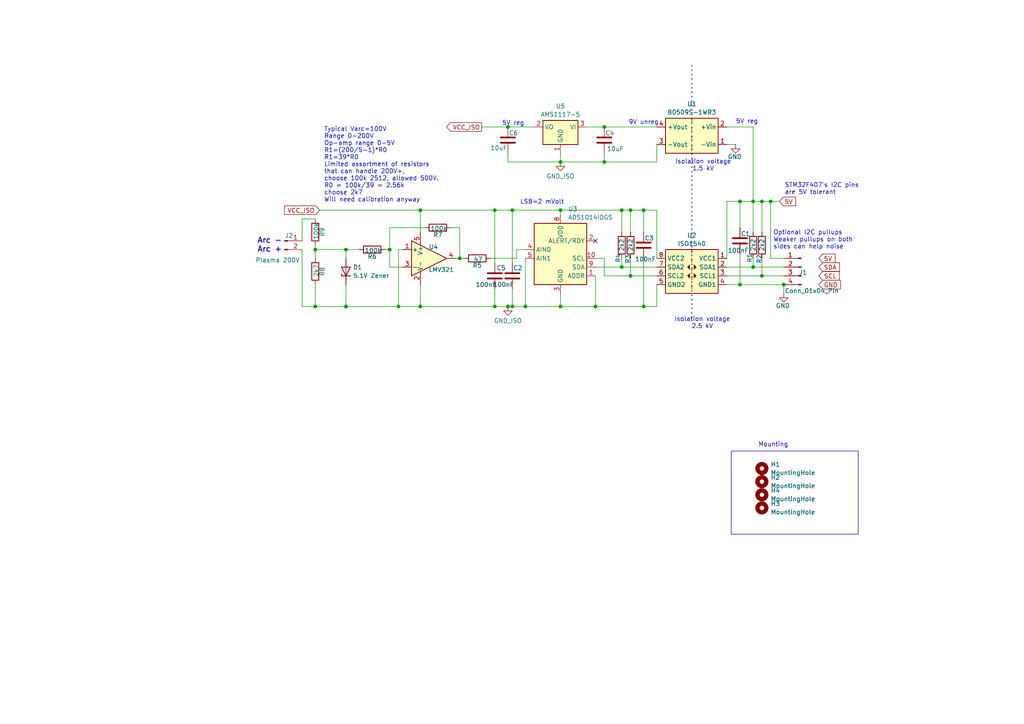
<source format=kicad_sch>
(kicad_sch
	(version 20231120)
	(generator "eeschema")
	(generator_version "8.0")
	(uuid "2f7c1153-70ce-434d-b080-3c6aade9d7b3")
	(paper "A4")
	(lib_symbols
		(symbol "Amplifier_Operational:LMV321"
			(pin_names
				(offset 0.127)
			)
			(exclude_from_sim no)
			(in_bom yes)
			(on_board yes)
			(property "Reference" "U"
				(at 0 5.08 0)
				(effects
					(font
						(size 1.27 1.27)
					)
					(justify left)
				)
			)
			(property "Value" "LMV321"
				(at 0 -5.08 0)
				(effects
					(font
						(size 1.27 1.27)
					)
					(justify left)
				)
			)
			(property "Footprint" ""
				(at 0 0 0)
				(effects
					(font
						(size 1.27 1.27)
					)
					(justify left)
					(hide yes)
				)
			)
			(property "Datasheet" "http://www.ti.com/lit/ds/symlink/lmv324.pdf"
				(at 0 0 0)
				(effects
					(font
						(size 1.27 1.27)
					)
					(hide yes)
				)
			)
			(property "Description" "Low-Voltage Rail-to-Rail Output Operational Amplifiers, SOT-23-5/SC-70-5"
				(at 0 0 0)
				(effects
					(font
						(size 1.27 1.27)
					)
					(hide yes)
				)
			)
			(property "ki_keywords" "single opamp"
				(at 0 0 0)
				(effects
					(font
						(size 1.27 1.27)
					)
					(hide yes)
				)
			)
			(property "ki_fp_filters" "SOT?23* *SC*70*"
				(at 0 0 0)
				(effects
					(font
						(size 1.27 1.27)
					)
					(hide yes)
				)
			)
			(symbol "LMV321_0_1"
				(polyline
					(pts
						(xy -5.08 5.08) (xy 5.08 0) (xy -5.08 -5.08) (xy -5.08 5.08)
					)
					(stroke
						(width 0.254)
						(type default)
					)
					(fill
						(type background)
					)
				)
				(pin power_in line
					(at -2.54 -7.62 90)
					(length 3.81)
					(name "V-"
						(effects
							(font
								(size 1.27 1.27)
							)
						)
					)
					(number "2"
						(effects
							(font
								(size 1.27 1.27)
							)
						)
					)
				)
				(pin power_in line
					(at -2.54 7.62 270)
					(length 3.81)
					(name "V+"
						(effects
							(font
								(size 1.27 1.27)
							)
						)
					)
					(number "5"
						(effects
							(font
								(size 1.27 1.27)
							)
						)
					)
				)
			)
			(symbol "LMV321_1_1"
				(pin input line
					(at -7.62 2.54 0)
					(length 2.54)
					(name "+"
						(effects
							(font
								(size 1.27 1.27)
							)
						)
					)
					(number "1"
						(effects
							(font
								(size 1.27 1.27)
							)
						)
					)
				)
				(pin input line
					(at -7.62 -2.54 0)
					(length 2.54)
					(name "-"
						(effects
							(font
								(size 1.27 1.27)
							)
						)
					)
					(number "3"
						(effects
							(font
								(size 1.27 1.27)
							)
						)
					)
				)
				(pin output line
					(at 7.62 0 180)
					(length 2.54)
					(name "~"
						(effects
							(font
								(size 1.27 1.27)
							)
						)
					)
					(number "4"
						(effects
							(font
								(size 1.27 1.27)
							)
						)
					)
				)
			)
		)
		(symbol "Analog_ADC:ADS1014IDGS"
			(exclude_from_sim no)
			(in_bom yes)
			(on_board yes)
			(property "Reference" "U"
				(at 2.54 13.97 0)
				(effects
					(font
						(size 1.27 1.27)
					)
				)
			)
			(property "Value" "ADS1014IDGS"
				(at 7.62 11.43 0)
				(effects
					(font
						(size 1.27 1.27)
					)
				)
			)
			(property "Footprint" "Package_SO:TSSOP-10_3x3mm_P0.5mm"
				(at 0 -12.7 0)
				(effects
					(font
						(size 1.27 1.27)
					)
					(hide yes)
				)
			)
			(property "Datasheet" "http://www.ti.com/lit/ds/symlink/ads1015.pdf"
				(at -1.27 -22.86 0)
				(effects
					(font
						(size 1.27 1.27)
					)
					(hide yes)
				)
			)
			(property "Description" "Ultra-Small, Low-Power, I2C-Compatible, 3.3-kSPS, 12-Bit ADCs With Internal Reference, Oscillator, and Programmable Comparator, VSSOP-10"
				(at 0 0 0)
				(effects
					(font
						(size 1.27 1.27)
					)
					(hide yes)
				)
			)
			(property "ki_keywords" "12 bit single channel I2C ADC"
				(at 0 0 0)
				(effects
					(font
						(size 1.27 1.27)
					)
					(hide yes)
				)
			)
			(property "ki_fp_filters" "TSSOP*3x3mm*P0.5mm*"
				(at 0 0 0)
				(effects
					(font
						(size 1.27 1.27)
					)
					(hide yes)
				)
			)
			(symbol "ADS1014IDGS_0_1"
				(rectangle
					(start -7.62 10.16)
					(end 7.62 -7.62)
					(stroke
						(width 0.254)
						(type default)
					)
					(fill
						(type background)
					)
				)
			)
			(symbol "ADS1014IDGS_1_1"
				(pin input line
					(at 10.16 -5.08 180)
					(length 2.54)
					(name "ADDR"
						(effects
							(font
								(size 1.27 1.27)
							)
						)
					)
					(number "1"
						(effects
							(font
								(size 1.27 1.27)
							)
						)
					)
				)
				(pin input line
					(at 10.16 0 180)
					(length 2.54)
					(name "SCL"
						(effects
							(font
								(size 1.27 1.27)
							)
						)
					)
					(number "10"
						(effects
							(font
								(size 1.27 1.27)
							)
						)
					)
				)
				(pin output line
					(at 10.16 5.08 180)
					(length 2.54)
					(name "ALERT/RDY"
						(effects
							(font
								(size 1.27 1.27)
							)
						)
					)
					(number "2"
						(effects
							(font
								(size 1.27 1.27)
							)
						)
					)
				)
				(pin power_in line
					(at 0 -10.16 90)
					(length 2.54)
					(name "GND"
						(effects
							(font
								(size 1.27 1.27)
							)
						)
					)
					(number "3"
						(effects
							(font
								(size 1.27 1.27)
							)
						)
					)
				)
				(pin input line
					(at -10.16 2.54 0)
					(length 2.54)
					(name "AIN0"
						(effects
							(font
								(size 1.27 1.27)
							)
						)
					)
					(number "4"
						(effects
							(font
								(size 1.27 1.27)
							)
						)
					)
				)
				(pin input line
					(at -10.16 0 0)
					(length 2.54)
					(name "AIN1"
						(effects
							(font
								(size 1.27 1.27)
							)
						)
					)
					(number "5"
						(effects
							(font
								(size 1.27 1.27)
							)
						)
					)
				)
				(pin no_connect line
					(at -7.62 7.62 0)
					(length 2.54) hide
					(name "~"
						(effects
							(font
								(size 1.27 1.27)
							)
						)
					)
					(number "6"
						(effects
							(font
								(size 1.27 1.27)
							)
						)
					)
				)
				(pin no_connect line
					(at -7.62 5.08 0)
					(length 2.54) hide
					(name "~"
						(effects
							(font
								(size 1.27 1.27)
							)
						)
					)
					(number "7"
						(effects
							(font
								(size 1.27 1.27)
							)
						)
					)
				)
				(pin power_in line
					(at 0 12.7 270)
					(length 2.54)
					(name "VDD"
						(effects
							(font
								(size 1.27 1.27)
							)
						)
					)
					(number "8"
						(effects
							(font
								(size 1.27 1.27)
							)
						)
					)
				)
				(pin bidirectional line
					(at 10.16 -2.54 180)
					(length 2.54)
					(name "SDA"
						(effects
							(font
								(size 1.27 1.27)
							)
						)
					)
					(number "9"
						(effects
							(font
								(size 1.27 1.27)
							)
						)
					)
				)
			)
		)
		(symbol "Connector:Conn_01x02_Pin"
			(pin_names
				(offset 1.016) hide)
			(exclude_from_sim no)
			(in_bom yes)
			(on_board yes)
			(property "Reference" "J"
				(at 0 2.54 0)
				(effects
					(font
						(size 1.27 1.27)
					)
				)
			)
			(property "Value" "Conn_01x02_Pin"
				(at 0 -5.08 0)
				(effects
					(font
						(size 1.27 1.27)
					)
				)
			)
			(property "Footprint" ""
				(at 0 0 0)
				(effects
					(font
						(size 1.27 1.27)
					)
					(hide yes)
				)
			)
			(property "Datasheet" "~"
				(at 0 0 0)
				(effects
					(font
						(size 1.27 1.27)
					)
					(hide yes)
				)
			)
			(property "Description" "Generic connector, single row, 01x02, script generated"
				(at 0 0 0)
				(effects
					(font
						(size 1.27 1.27)
					)
					(hide yes)
				)
			)
			(property "ki_locked" ""
				(at 0 0 0)
				(effects
					(font
						(size 1.27 1.27)
					)
				)
			)
			(property "ki_keywords" "connector"
				(at 0 0 0)
				(effects
					(font
						(size 1.27 1.27)
					)
					(hide yes)
				)
			)
			(property "ki_fp_filters" "Connector*:*_1x??_*"
				(at 0 0 0)
				(effects
					(font
						(size 1.27 1.27)
					)
					(hide yes)
				)
			)
			(symbol "Conn_01x02_Pin_1_1"
				(polyline
					(pts
						(xy 1.27 -2.54) (xy 0.8636 -2.54)
					)
					(stroke
						(width 0.1524)
						(type default)
					)
					(fill
						(type none)
					)
				)
				(polyline
					(pts
						(xy 1.27 0) (xy 0.8636 0)
					)
					(stroke
						(width 0.1524)
						(type default)
					)
					(fill
						(type none)
					)
				)
				(rectangle
					(start 0.8636 -2.413)
					(end 0 -2.667)
					(stroke
						(width 0.1524)
						(type default)
					)
					(fill
						(type outline)
					)
				)
				(rectangle
					(start 0.8636 0.127)
					(end 0 -0.127)
					(stroke
						(width 0.1524)
						(type default)
					)
					(fill
						(type outline)
					)
				)
				(pin passive line
					(at 5.08 0 180)
					(length 3.81)
					(name "Pin_1"
						(effects
							(font
								(size 1.27 1.27)
							)
						)
					)
					(number "1"
						(effects
							(font
								(size 1.27 1.27)
							)
						)
					)
				)
				(pin passive line
					(at 5.08 -2.54 180)
					(length 3.81)
					(name "Pin_2"
						(effects
							(font
								(size 1.27 1.27)
							)
						)
					)
					(number "2"
						(effects
							(font
								(size 1.27 1.27)
							)
						)
					)
				)
			)
		)
		(symbol "Connector:Conn_01x04_Pin"
			(pin_names
				(offset 1.016) hide)
			(exclude_from_sim no)
			(in_bom yes)
			(on_board yes)
			(property "Reference" "J"
				(at 0 5.08 0)
				(effects
					(font
						(size 1.27 1.27)
					)
				)
			)
			(property "Value" "Conn_01x04_Pin"
				(at 0 -7.62 0)
				(effects
					(font
						(size 1.27 1.27)
					)
				)
			)
			(property "Footprint" ""
				(at 0 0 0)
				(effects
					(font
						(size 1.27 1.27)
					)
					(hide yes)
				)
			)
			(property "Datasheet" "~"
				(at 0 0 0)
				(effects
					(font
						(size 1.27 1.27)
					)
					(hide yes)
				)
			)
			(property "Description" "Generic connector, single row, 01x04, script generated"
				(at 0 0 0)
				(effects
					(font
						(size 1.27 1.27)
					)
					(hide yes)
				)
			)
			(property "ki_locked" ""
				(at 0 0 0)
				(effects
					(font
						(size 1.27 1.27)
					)
				)
			)
			(property "ki_keywords" "connector"
				(at 0 0 0)
				(effects
					(font
						(size 1.27 1.27)
					)
					(hide yes)
				)
			)
			(property "ki_fp_filters" "Connector*:*_1x??_*"
				(at 0 0 0)
				(effects
					(font
						(size 1.27 1.27)
					)
					(hide yes)
				)
			)
			(symbol "Conn_01x04_Pin_1_1"
				(polyline
					(pts
						(xy 1.27 -5.08) (xy 0.8636 -5.08)
					)
					(stroke
						(width 0.1524)
						(type default)
					)
					(fill
						(type none)
					)
				)
				(polyline
					(pts
						(xy 1.27 -2.54) (xy 0.8636 -2.54)
					)
					(stroke
						(width 0.1524)
						(type default)
					)
					(fill
						(type none)
					)
				)
				(polyline
					(pts
						(xy 1.27 0) (xy 0.8636 0)
					)
					(stroke
						(width 0.1524)
						(type default)
					)
					(fill
						(type none)
					)
				)
				(polyline
					(pts
						(xy 1.27 2.54) (xy 0.8636 2.54)
					)
					(stroke
						(width 0.1524)
						(type default)
					)
					(fill
						(type none)
					)
				)
				(rectangle
					(start 0.8636 -4.953)
					(end 0 -5.207)
					(stroke
						(width 0.1524)
						(type default)
					)
					(fill
						(type outline)
					)
				)
				(rectangle
					(start 0.8636 -2.413)
					(end 0 -2.667)
					(stroke
						(width 0.1524)
						(type default)
					)
					(fill
						(type outline)
					)
				)
				(rectangle
					(start 0.8636 0.127)
					(end 0 -0.127)
					(stroke
						(width 0.1524)
						(type default)
					)
					(fill
						(type outline)
					)
				)
				(rectangle
					(start 0.8636 2.667)
					(end 0 2.413)
					(stroke
						(width 0.1524)
						(type default)
					)
					(fill
						(type outline)
					)
				)
				(pin passive line
					(at 5.08 2.54 180)
					(length 3.81)
					(name "Pin_1"
						(effects
							(font
								(size 1.27 1.27)
							)
						)
					)
					(number "1"
						(effects
							(font
								(size 1.27 1.27)
							)
						)
					)
				)
				(pin passive line
					(at 5.08 0 180)
					(length 3.81)
					(name "Pin_2"
						(effects
							(font
								(size 1.27 1.27)
							)
						)
					)
					(number "2"
						(effects
							(font
								(size 1.27 1.27)
							)
						)
					)
				)
				(pin passive line
					(at 5.08 -2.54 180)
					(length 3.81)
					(name "Pin_3"
						(effects
							(font
								(size 1.27 1.27)
							)
						)
					)
					(number "3"
						(effects
							(font
								(size 1.27 1.27)
							)
						)
					)
				)
				(pin passive line
					(at 5.08 -5.08 180)
					(length 3.81)
					(name "Pin_4"
						(effects
							(font
								(size 1.27 1.27)
							)
						)
					)
					(number "4"
						(effects
							(font
								(size 1.27 1.27)
							)
						)
					)
				)
			)
		)
		(symbol "Converter_DCDC:TEA1-0505"
			(exclude_from_sim no)
			(in_bom yes)
			(on_board yes)
			(property "Reference" "U"
				(at -7.62 6.35 0)
				(effects
					(font
						(size 1.27 1.27)
					)
					(justify left)
				)
			)
			(property "Value" "TEA1-0505"
				(at -2.54 6.35 0)
				(effects
					(font
						(size 1.27 1.27)
					)
					(justify left)
				)
			)
			(property "Footprint" "Converter_DCDC:Converter_DCDC_TRACO_TEA1-xxxx_THT"
				(at 0 -8.89 0)
				(effects
					(font
						(size 1.27 1.27)
					)
					(hide yes)
				)
			)
			(property "Datasheet" "https://www.tracopower.com/products/tea1.pdf"
				(at 0 -6.35 0)
				(effects
					(font
						(size 1.27 1.27)
					)
					(hide yes)
				)
			)
			(property "Description" "1W DC/DC converter unregulated, 4.5-5.5V input, 5V output voltage, 200mA output, 1.5kVDC isolation, SIP-4"
				(at 0 0 0)
				(effects
					(font
						(size 1.27 1.27)
					)
					(hide yes)
				)
			)
			(property "ki_keywords" "Traco isolated isolation dc-dc converter not-regulated non-regulated single 1W"
				(at 0 0 0)
				(effects
					(font
						(size 1.27 1.27)
					)
					(hide yes)
				)
			)
			(property "ki_fp_filters" "Converter*DCDC*TRACO*TEA1*THT*"
				(at 0 0 0)
				(effects
					(font
						(size 1.27 1.27)
					)
					(hide yes)
				)
			)
			(symbol "TEA1-0505_0_0"
				(pin power_in line
					(at -10.16 -2.54 0)
					(length 2.54)
					(name "-Vin"
						(effects
							(font
								(size 1.27 1.27)
							)
						)
					)
					(number "1"
						(effects
							(font
								(size 1.27 1.27)
							)
						)
					)
				)
				(pin power_in line
					(at -10.16 2.54 0)
					(length 2.54)
					(name "+Vin"
						(effects
							(font
								(size 1.27 1.27)
							)
						)
					)
					(number "2"
						(effects
							(font
								(size 1.27 1.27)
							)
						)
					)
				)
				(pin power_out line
					(at 10.16 -2.54 180)
					(length 2.54)
					(name "-Vout"
						(effects
							(font
								(size 1.27 1.27)
							)
						)
					)
					(number "3"
						(effects
							(font
								(size 1.27 1.27)
							)
						)
					)
				)
				(pin power_out line
					(at 10.16 2.54 180)
					(length 2.54)
					(name "+Vout"
						(effects
							(font
								(size 1.27 1.27)
							)
						)
					)
					(number "4"
						(effects
							(font
								(size 1.27 1.27)
							)
						)
					)
				)
			)
			(symbol "TEA1-0505_0_1"
				(rectangle
					(start -7.62 5.08)
					(end 7.62 -5.08)
					(stroke
						(width 0.254)
						(type default)
					)
					(fill
						(type background)
					)
				)
				(polyline
					(pts
						(xy 0 -2.54) (xy 0 -3.81)
					)
					(stroke
						(width 0)
						(type default)
					)
					(fill
						(type none)
					)
				)
				(polyline
					(pts
						(xy 0 0) (xy 0 -1.27)
					)
					(stroke
						(width 0)
						(type default)
					)
					(fill
						(type none)
					)
				)
				(polyline
					(pts
						(xy 0 2.54) (xy 0 1.27)
					)
					(stroke
						(width 0)
						(type default)
					)
					(fill
						(type none)
					)
				)
				(polyline
					(pts
						(xy 0 5.08) (xy 0 3.81)
					)
					(stroke
						(width 0)
						(type default)
					)
					(fill
						(type none)
					)
				)
			)
		)
		(symbol "Device:C"
			(pin_numbers hide)
			(pin_names
				(offset 0.254)
			)
			(exclude_from_sim no)
			(in_bom yes)
			(on_board yes)
			(property "Reference" "C"
				(at 0.635 2.54 0)
				(effects
					(font
						(size 1.27 1.27)
					)
					(justify left)
				)
			)
			(property "Value" "C"
				(at 0.635 -2.54 0)
				(effects
					(font
						(size 1.27 1.27)
					)
					(justify left)
				)
			)
			(property "Footprint" ""
				(at 0.9652 -3.81 0)
				(effects
					(font
						(size 1.27 1.27)
					)
					(hide yes)
				)
			)
			(property "Datasheet" "~"
				(at 0 0 0)
				(effects
					(font
						(size 1.27 1.27)
					)
					(hide yes)
				)
			)
			(property "Description" "Unpolarized capacitor"
				(at 0 0 0)
				(effects
					(font
						(size 1.27 1.27)
					)
					(hide yes)
				)
			)
			(property "ki_keywords" "cap capacitor"
				(at 0 0 0)
				(effects
					(font
						(size 1.27 1.27)
					)
					(hide yes)
				)
			)
			(property "ki_fp_filters" "C_*"
				(at 0 0 0)
				(effects
					(font
						(size 1.27 1.27)
					)
					(hide yes)
				)
			)
			(symbol "C_0_1"
				(polyline
					(pts
						(xy -2.032 -0.762) (xy 2.032 -0.762)
					)
					(stroke
						(width 0.508)
						(type default)
					)
					(fill
						(type none)
					)
				)
				(polyline
					(pts
						(xy -2.032 0.762) (xy 2.032 0.762)
					)
					(stroke
						(width 0.508)
						(type default)
					)
					(fill
						(type none)
					)
				)
			)
			(symbol "C_1_1"
				(pin passive line
					(at 0 3.81 270)
					(length 2.794)
					(name "~"
						(effects
							(font
								(size 1.27 1.27)
							)
						)
					)
					(number "1"
						(effects
							(font
								(size 1.27 1.27)
							)
						)
					)
				)
				(pin passive line
					(at 0 -3.81 90)
					(length 2.794)
					(name "~"
						(effects
							(font
								(size 1.27 1.27)
							)
						)
					)
					(number "2"
						(effects
							(font
								(size 1.27 1.27)
							)
						)
					)
				)
			)
		)
		(symbol "Device:D_Zener"
			(pin_numbers hide)
			(pin_names
				(offset 1.016) hide)
			(exclude_from_sim no)
			(in_bom yes)
			(on_board yes)
			(property "Reference" "D"
				(at 0 2.54 0)
				(effects
					(font
						(size 1.27 1.27)
					)
				)
			)
			(property "Value" "D_Zener"
				(at 0 -2.54 0)
				(effects
					(font
						(size 1.27 1.27)
					)
				)
			)
			(property "Footprint" ""
				(at 0 0 0)
				(effects
					(font
						(size 1.27 1.27)
					)
					(hide yes)
				)
			)
			(property "Datasheet" "~"
				(at 0 0 0)
				(effects
					(font
						(size 1.27 1.27)
					)
					(hide yes)
				)
			)
			(property "Description" "Zener diode"
				(at 0 0 0)
				(effects
					(font
						(size 1.27 1.27)
					)
					(hide yes)
				)
			)
			(property "ki_keywords" "diode"
				(at 0 0 0)
				(effects
					(font
						(size 1.27 1.27)
					)
					(hide yes)
				)
			)
			(property "ki_fp_filters" "TO-???* *_Diode_* *SingleDiode* D_*"
				(at 0 0 0)
				(effects
					(font
						(size 1.27 1.27)
					)
					(hide yes)
				)
			)
			(symbol "D_Zener_0_1"
				(polyline
					(pts
						(xy 1.27 0) (xy -1.27 0)
					)
					(stroke
						(width 0)
						(type default)
					)
					(fill
						(type none)
					)
				)
				(polyline
					(pts
						(xy -1.27 -1.27) (xy -1.27 1.27) (xy -0.762 1.27)
					)
					(stroke
						(width 0.254)
						(type default)
					)
					(fill
						(type none)
					)
				)
				(polyline
					(pts
						(xy 1.27 -1.27) (xy 1.27 1.27) (xy -1.27 0) (xy 1.27 -1.27)
					)
					(stroke
						(width 0.254)
						(type default)
					)
					(fill
						(type none)
					)
				)
			)
			(symbol "D_Zener_1_1"
				(pin passive line
					(at -3.81 0 0)
					(length 2.54)
					(name "K"
						(effects
							(font
								(size 1.27 1.27)
							)
						)
					)
					(number "1"
						(effects
							(font
								(size 1.27 1.27)
							)
						)
					)
				)
				(pin passive line
					(at 3.81 0 180)
					(length 2.54)
					(name "A"
						(effects
							(font
								(size 1.27 1.27)
							)
						)
					)
					(number "2"
						(effects
							(font
								(size 1.27 1.27)
							)
						)
					)
				)
			)
		)
		(symbol "Device:R"
			(pin_numbers hide)
			(pin_names
				(offset 0)
			)
			(exclude_from_sim no)
			(in_bom yes)
			(on_board yes)
			(property "Reference" "R"
				(at 2.032 0 90)
				(effects
					(font
						(size 1.27 1.27)
					)
				)
			)
			(property "Value" "R"
				(at 0 0 90)
				(effects
					(font
						(size 1.27 1.27)
					)
				)
			)
			(property "Footprint" ""
				(at -1.778 0 90)
				(effects
					(font
						(size 1.27 1.27)
					)
					(hide yes)
				)
			)
			(property "Datasheet" "~"
				(at 0 0 0)
				(effects
					(font
						(size 1.27 1.27)
					)
					(hide yes)
				)
			)
			(property "Description" "Resistor"
				(at 0 0 0)
				(effects
					(font
						(size 1.27 1.27)
					)
					(hide yes)
				)
			)
			(property "ki_keywords" "R res resistor"
				(at 0 0 0)
				(effects
					(font
						(size 1.27 1.27)
					)
					(hide yes)
				)
			)
			(property "ki_fp_filters" "R_*"
				(at 0 0 0)
				(effects
					(font
						(size 1.27 1.27)
					)
					(hide yes)
				)
			)
			(symbol "R_0_1"
				(rectangle
					(start -1.016 -2.54)
					(end 1.016 2.54)
					(stroke
						(width 0.254)
						(type default)
					)
					(fill
						(type none)
					)
				)
			)
			(symbol "R_1_1"
				(pin passive line
					(at 0 3.81 270)
					(length 1.27)
					(name "~"
						(effects
							(font
								(size 1.27 1.27)
							)
						)
					)
					(number "1"
						(effects
							(font
								(size 1.27 1.27)
							)
						)
					)
				)
				(pin passive line
					(at 0 -3.81 90)
					(length 1.27)
					(name "~"
						(effects
							(font
								(size 1.27 1.27)
							)
						)
					)
					(number "2"
						(effects
							(font
								(size 1.27 1.27)
							)
						)
					)
				)
			)
		)
		(symbol "Isolator:ISO1540"
			(exclude_from_sim no)
			(in_bom yes)
			(on_board yes)
			(property "Reference" "U"
				(at -6.35 6.35 0)
				(effects
					(font
						(size 1.27 1.27)
					)
				)
			)
			(property "Value" "ISO1540"
				(at 3.81 6.35 0)
				(effects
					(font
						(size 1.27 1.27)
					)
				)
			)
			(property "Footprint" "Package_SO:SOIC-8_3.9x4.9mm_P1.27mm"
				(at 0 -8.89 0)
				(effects
					(font
						(size 1.27 1.27)
					)
					(hide yes)
				)
			)
			(property "Datasheet" "http://www.ti.com/lit/ds/symlink/iso1541.pdf"
				(at 0 1.27 0)
				(effects
					(font
						(size 1.27 1.27)
					)
					(hide yes)
				)
			)
			(property "Description" "I2C Isolator, 2.5 kVrms, Bidirectional clock and data, SOIC-8"
				(at 0 0 0)
				(effects
					(font
						(size 1.27 1.27)
					)
					(hide yes)
				)
			)
			(property "ki_keywords" "digital isolator i2c"
				(at 0 0 0)
				(effects
					(font
						(size 1.27 1.27)
					)
					(hide yes)
				)
			)
			(property "ki_fp_filters" "SOIC*3.9x4.9mm*P1.27mm*"
				(at 0 0 0)
				(effects
					(font
						(size 1.27 1.27)
					)
					(hide yes)
				)
			)
			(symbol "ISO1540_0_1"
				(rectangle
					(start -7.62 5.08)
					(end 7.62 -7.62)
					(stroke
						(width 0.254)
						(type default)
					)
					(fill
						(type background)
					)
				)
				(rectangle
					(start 0 -5.08)
					(end 0 -6.35)
					(stroke
						(width 0)
						(type default)
					)
					(fill
						(type none)
					)
				)
				(polyline
					(pts
						(xy 0 -2.54) (xy 0 -3.81)
					)
					(stroke
						(width 0)
						(type default)
					)
					(fill
						(type none)
					)
				)
				(polyline
					(pts
						(xy 0 0) (xy 0 -1.27)
					)
					(stroke
						(width 0)
						(type default)
					)
					(fill
						(type none)
					)
				)
				(polyline
					(pts
						(xy 0 2.54) (xy 0 1.27)
					)
					(stroke
						(width 0)
						(type default)
					)
					(fill
						(type none)
					)
				)
				(polyline
					(pts
						(xy 0 5.08) (xy 0 3.81)
					)
					(stroke
						(width 0)
						(type default)
					)
					(fill
						(type none)
					)
				)
				(polyline
					(pts
						(xy -0.635 0.635) (xy -1.27 0) (xy -0.635 -0.635) (xy -0.635 0.635)
					)
					(stroke
						(width 0)
						(type default)
					)
					(fill
						(type outline)
					)
				)
				(polyline
					(pts
						(xy 0.635 -1.905) (xy 1.27 -2.54) (xy 0.635 -3.175) (xy 0.635 -1.905)
					)
					(stroke
						(width 0)
						(type default)
					)
					(fill
						(type outline)
					)
				)
				(polyline
					(pts
						(xy 0.635 0.635) (xy 1.27 0) (xy 0.635 -0.635) (xy 0.635 0.635)
					)
					(stroke
						(width 0)
						(type default)
					)
					(fill
						(type outline)
					)
				)
			)
			(symbol "ISO1540_1_1"
				(polyline
					(pts
						(xy -0.635 -1.905) (xy -1.27 -2.54) (xy -0.635 -3.175) (xy -0.635 -1.905)
					)
					(stroke
						(width 0)
						(type default)
					)
					(fill
						(type outline)
					)
				)
				(pin power_in line
					(at -10.16 2.54 0)
					(length 2.54)
					(name "VCC1"
						(effects
							(font
								(size 1.27 1.27)
							)
						)
					)
					(number "1"
						(effects
							(font
								(size 1.27 1.27)
							)
						)
					)
				)
				(pin bidirectional line
					(at -10.16 0 0)
					(length 2.54)
					(name "SDA1"
						(effects
							(font
								(size 1.27 1.27)
							)
						)
					)
					(number "2"
						(effects
							(font
								(size 1.27 1.27)
							)
						)
					)
				)
				(pin bidirectional line
					(at -10.16 -2.54 0)
					(length 2.54)
					(name "SCL1"
						(effects
							(font
								(size 1.27 1.27)
							)
						)
					)
					(number "3"
						(effects
							(font
								(size 1.27 1.27)
							)
						)
					)
				)
				(pin power_in line
					(at -10.16 -5.08 0)
					(length 2.54)
					(name "GND1"
						(effects
							(font
								(size 1.27 1.27)
							)
						)
					)
					(number "4"
						(effects
							(font
								(size 1.27 1.27)
							)
						)
					)
				)
				(pin power_in line
					(at 10.16 -5.08 180)
					(length 2.54)
					(name "GND2"
						(effects
							(font
								(size 1.27 1.27)
							)
						)
					)
					(number "5"
						(effects
							(font
								(size 1.27 1.27)
							)
						)
					)
				)
				(pin bidirectional line
					(at 10.16 -2.54 180)
					(length 2.54)
					(name "SCL2"
						(effects
							(font
								(size 1.27 1.27)
							)
						)
					)
					(number "6"
						(effects
							(font
								(size 1.27 1.27)
							)
						)
					)
				)
				(pin bidirectional line
					(at 10.16 0 180)
					(length 2.54)
					(name "SDA2"
						(effects
							(font
								(size 1.27 1.27)
							)
						)
					)
					(number "7"
						(effects
							(font
								(size 1.27 1.27)
							)
						)
					)
				)
				(pin power_in line
					(at 10.16 2.54 180)
					(length 2.54)
					(name "VCC2"
						(effects
							(font
								(size 1.27 1.27)
							)
						)
					)
					(number "8"
						(effects
							(font
								(size 1.27 1.27)
							)
						)
					)
				)
			)
		)
		(symbol "Mechanical:MountingHole"
			(pin_names
				(offset 1.016)
			)
			(exclude_from_sim yes)
			(in_bom no)
			(on_board yes)
			(property "Reference" "H"
				(at 0 5.08 0)
				(effects
					(font
						(size 1.27 1.27)
					)
				)
			)
			(property "Value" "MountingHole"
				(at 0 3.175 0)
				(effects
					(font
						(size 1.27 1.27)
					)
				)
			)
			(property "Footprint" ""
				(at 0 0 0)
				(effects
					(font
						(size 1.27 1.27)
					)
					(hide yes)
				)
			)
			(property "Datasheet" "~"
				(at 0 0 0)
				(effects
					(font
						(size 1.27 1.27)
					)
					(hide yes)
				)
			)
			(property "Description" "Mounting Hole without connection"
				(at 0 0 0)
				(effects
					(font
						(size 1.27 1.27)
					)
					(hide yes)
				)
			)
			(property "ki_keywords" "mounting hole"
				(at 0 0 0)
				(effects
					(font
						(size 1.27 1.27)
					)
					(hide yes)
				)
			)
			(property "ki_fp_filters" "MountingHole*"
				(at 0 0 0)
				(effects
					(font
						(size 1.27 1.27)
					)
					(hide yes)
				)
			)
			(symbol "MountingHole_0_1"
				(circle
					(center 0 0)
					(radius 1.27)
					(stroke
						(width 1.27)
						(type default)
					)
					(fill
						(type none)
					)
				)
			)
		)
		(symbol "Regulator_Linear:AMS1117-3.3"
			(exclude_from_sim no)
			(in_bom yes)
			(on_board yes)
			(property "Reference" "U"
				(at -3.81 3.175 0)
				(effects
					(font
						(size 1.27 1.27)
					)
				)
			)
			(property "Value" "AMS1117-3.3"
				(at 0 3.175 0)
				(effects
					(font
						(size 1.27 1.27)
					)
					(justify left)
				)
			)
			(property "Footprint" "Package_TO_SOT_SMD:SOT-223-3_TabPin2"
				(at 0 5.08 0)
				(effects
					(font
						(size 1.27 1.27)
					)
					(hide yes)
				)
			)
			(property "Datasheet" "http://www.advanced-monolithic.com/pdf/ds1117.pdf"
				(at 2.54 -6.35 0)
				(effects
					(font
						(size 1.27 1.27)
					)
					(hide yes)
				)
			)
			(property "Description" "1A Low Dropout regulator, positive, 3.3V fixed output, SOT-223"
				(at 0 0 0)
				(effects
					(font
						(size 1.27 1.27)
					)
					(hide yes)
				)
			)
			(property "ki_keywords" "linear regulator ldo fixed positive"
				(at 0 0 0)
				(effects
					(font
						(size 1.27 1.27)
					)
					(hide yes)
				)
			)
			(property "ki_fp_filters" "SOT?223*TabPin2*"
				(at 0 0 0)
				(effects
					(font
						(size 1.27 1.27)
					)
					(hide yes)
				)
			)
			(symbol "AMS1117-3.3_0_1"
				(rectangle
					(start -5.08 -5.08)
					(end 5.08 1.905)
					(stroke
						(width 0.254)
						(type default)
					)
					(fill
						(type background)
					)
				)
			)
			(symbol "AMS1117-3.3_1_1"
				(pin power_in line
					(at 0 -7.62 90)
					(length 2.54)
					(name "GND"
						(effects
							(font
								(size 1.27 1.27)
							)
						)
					)
					(number "1"
						(effects
							(font
								(size 1.27 1.27)
							)
						)
					)
				)
				(pin power_out line
					(at 7.62 0 180)
					(length 2.54)
					(name "VO"
						(effects
							(font
								(size 1.27 1.27)
							)
						)
					)
					(number "2"
						(effects
							(font
								(size 1.27 1.27)
							)
						)
					)
				)
				(pin power_in line
					(at -7.62 0 0)
					(length 2.54)
					(name "VI"
						(effects
							(font
								(size 1.27 1.27)
							)
						)
					)
					(number "3"
						(effects
							(font
								(size 1.27 1.27)
							)
						)
					)
				)
			)
		)
		(symbol "power:GND"
			(power)
			(pin_numbers hide)
			(pin_names
				(offset 0) hide)
			(exclude_from_sim no)
			(in_bom yes)
			(on_board yes)
			(property "Reference" "#PWR"
				(at 0 -6.35 0)
				(effects
					(font
						(size 1.27 1.27)
					)
					(hide yes)
				)
			)
			(property "Value" "GND"
				(at 0 -3.81 0)
				(effects
					(font
						(size 1.27 1.27)
					)
				)
			)
			(property "Footprint" ""
				(at 0 0 0)
				(effects
					(font
						(size 1.27 1.27)
					)
					(hide yes)
				)
			)
			(property "Datasheet" ""
				(at 0 0 0)
				(effects
					(font
						(size 1.27 1.27)
					)
					(hide yes)
				)
			)
			(property "Description" "Power symbol creates a global label with name \"GND\" , ground"
				(at 0 0 0)
				(effects
					(font
						(size 1.27 1.27)
					)
					(hide yes)
				)
			)
			(property "ki_keywords" "global power"
				(at 0 0 0)
				(effects
					(font
						(size 1.27 1.27)
					)
					(hide yes)
				)
			)
			(symbol "GND_0_1"
				(polyline
					(pts
						(xy 0 0) (xy 0 -1.27) (xy 1.27 -1.27) (xy 0 -2.54) (xy -1.27 -1.27) (xy 0 -1.27)
					)
					(stroke
						(width 0)
						(type default)
					)
					(fill
						(type none)
					)
				)
			)
			(symbol "GND_1_1"
				(pin power_in line
					(at 0 0 270)
					(length 0)
					(name "~"
						(effects
							(font
								(size 1.27 1.27)
							)
						)
					)
					(number "1"
						(effects
							(font
								(size 1.27 1.27)
							)
						)
					)
				)
			)
		)
		(symbol "power:GND1"
			(power)
			(pin_numbers hide)
			(pin_names
				(offset 0) hide)
			(exclude_from_sim no)
			(in_bom yes)
			(on_board yes)
			(property "Reference" "#PWR"
				(at 0 -6.35 0)
				(effects
					(font
						(size 1.27 1.27)
					)
					(hide yes)
				)
			)
			(property "Value" "GND1"
				(at 0 -3.81 0)
				(effects
					(font
						(size 1.27 1.27)
					)
				)
			)
			(property "Footprint" ""
				(at 0 0 0)
				(effects
					(font
						(size 1.27 1.27)
					)
					(hide yes)
				)
			)
			(property "Datasheet" ""
				(at 0 0 0)
				(effects
					(font
						(size 1.27 1.27)
					)
					(hide yes)
				)
			)
			(property "Description" "Power symbol creates a global label with name \"GND1\" , ground"
				(at 0 0 0)
				(effects
					(font
						(size 1.27 1.27)
					)
					(hide yes)
				)
			)
			(property "ki_keywords" "global power"
				(at 0 0 0)
				(effects
					(font
						(size 1.27 1.27)
					)
					(hide yes)
				)
			)
			(symbol "GND1_0_1"
				(polyline
					(pts
						(xy 0 0) (xy 0 -1.27) (xy 1.27 -1.27) (xy 0 -2.54) (xy -1.27 -1.27) (xy 0 -1.27)
					)
					(stroke
						(width 0)
						(type default)
					)
					(fill
						(type none)
					)
				)
			)
			(symbol "GND1_1_1"
				(pin power_in line
					(at 0 0 270)
					(length 0)
					(name "~"
						(effects
							(font
								(size 1.27 1.27)
							)
						)
					)
					(number "1"
						(effects
							(font
								(size 1.27 1.27)
							)
						)
					)
				)
			)
		)
	)
	(junction
		(at 148.59 88.9)
		(diameter 0)
		(color 0 0 0 0)
		(uuid "0071b795-768b-4449-b5f1-e2b49dcc8431")
	)
	(junction
		(at 175.26 36.83)
		(diameter 0)
		(color 0 0 0 0)
		(uuid "04605b74-d893-413d-977b-45295784f62e")
	)
	(junction
		(at 175.26 46.99)
		(diameter 0)
		(color 0 0 0 0)
		(uuid "15b3247d-2f54-4572-9e75-28c11daee088")
	)
	(junction
		(at 147.32 88.9)
		(diameter 0)
		(color 0 0 0 0)
		(uuid "2a5dc2b2-c88d-41cb-baca-a15f06f06989")
	)
	(junction
		(at 227.33 82.55)
		(diameter 0)
		(color 0 0 0 0)
		(uuid "2d20c1d8-3df6-45ff-ae82-bd6296bae15f")
	)
	(junction
		(at 162.56 88.9)
		(diameter 0)
		(color 0 0 0 0)
		(uuid "38abb0af-5a3a-47f6-916e-0c5182ba28d5")
	)
	(junction
		(at 220.98 80.01)
		(diameter 0)
		(color 0 0 0 0)
		(uuid "3cd964a1-8cb0-4839-9edf-cb6173da55fb")
	)
	(junction
		(at 147.32 36.83)
		(diameter 0)
		(color 0 0 0 0)
		(uuid "407eddcb-930d-4c52-94b4-96f8b9a0896e")
	)
	(junction
		(at 172.72 88.9)
		(diameter 0)
		(color 0 0 0 0)
		(uuid "46dae932-bcdc-4095-8599-56b72629bfe4")
	)
	(junction
		(at 186.69 88.9)
		(diameter 0)
		(color 0 0 0 0)
		(uuid "478de721-a729-492f-a034-60e62ecafa5b")
	)
	(junction
		(at 223.52 58.42)
		(diameter 0)
		(color 0 0 0 0)
		(uuid "6146eb5b-4eaf-46fe-9ccf-af1fb2894c71")
	)
	(junction
		(at 100.33 72.39)
		(diameter 0)
		(color 0 0 0 0)
		(uuid "62aa0ebc-62e5-4b5d-917f-a61367433302")
	)
	(junction
		(at 143.51 60.96)
		(diameter 0)
		(color 0 0 0 0)
		(uuid "64d32385-d896-4224-878f-0895fe5bef82")
	)
	(junction
		(at 220.98 58.42)
		(diameter 0)
		(color 0 0 0 0)
		(uuid "67fa200a-9a93-4a73-8028-e2ca69a459bb")
	)
	(junction
		(at 180.34 60.96)
		(diameter 0)
		(color 0 0 0 0)
		(uuid "6b13d4e1-e458-458c-b92e-5494a9ad5475")
	)
	(junction
		(at 143.51 88.9)
		(diameter 0)
		(color 0 0 0 0)
		(uuid "6bb5b76f-9e74-43a0-bcac-eb6673a6959b")
	)
	(junction
		(at 218.44 77.47)
		(diameter 0)
		(color 0 0 0 0)
		(uuid "81d4d80b-1124-4d85-906f-bd69011f1b77")
	)
	(junction
		(at 121.92 88.9)
		(diameter 0)
		(color 0 0 0 0)
		(uuid "871999c9-3542-4ed6-8dd4-09d6a9ef3287")
	)
	(junction
		(at 218.44 58.42)
		(diameter 0)
		(color 0 0 0 0)
		(uuid "9376b68a-6106-47f1-8d08-7af6479c8aa3")
	)
	(junction
		(at 214.63 82.55)
		(diameter 0)
		(color 0 0 0 0)
		(uuid "a392d238-016c-4fd2-8c9a-f3ea0888fc82")
	)
	(junction
		(at 182.88 60.96)
		(diameter 0)
		(color 0 0 0 0)
		(uuid "ab77a82e-4a3c-4cbe-9fde-27ceb6592ce7")
	)
	(junction
		(at 100.33 88.9)
		(diameter 0)
		(color 0 0 0 0)
		(uuid "badd3660-8d81-45e6-b4bd-e4186971f637")
	)
	(junction
		(at 148.59 60.96)
		(diameter 0)
		(color 0 0 0 0)
		(uuid "bd60d5b3-4353-40d5-88b4-3460cfc7fa7d")
	)
	(junction
		(at 182.88 80.01)
		(diameter 0)
		(color 0 0 0 0)
		(uuid "cc6f631d-4186-44e8-b807-06054766e0ff")
	)
	(junction
		(at 121.92 60.96)
		(diameter 0)
		(color 0 0 0 0)
		(uuid "ce1c7b79-cecf-49fe-bc77-d82f1357a293")
	)
	(junction
		(at 152.4 88.9)
		(diameter 0)
		(color 0 0 0 0)
		(uuid "d3941de7-34f7-4c46-866b-f312a0dd639a")
	)
	(junction
		(at 180.34 77.47)
		(diameter 0)
		(color 0 0 0 0)
		(uuid "db555c89-f8ee-45e7-9435-a98651416527")
	)
	(junction
		(at 214.63 58.42)
		(diameter 0)
		(color 0 0 0 0)
		(uuid "e23b9bb4-8ec6-44af-8578-dc1a4b7a9e28")
	)
	(junction
		(at 113.03 72.39)
		(diameter 0)
		(color 0 0 0 0)
		(uuid "e71f59df-5cdb-401c-8b05-7696463b5086")
	)
	(junction
		(at 162.56 60.96)
		(diameter 0)
		(color 0 0 0 0)
		(uuid "e8cdc941-f398-4460-9918-87a664d72d68")
	)
	(junction
		(at 186.69 60.96)
		(diameter 0)
		(color 0 0 0 0)
		(uuid "e8f6982d-ac50-48e7-804f-6735d5b94613")
	)
	(junction
		(at 91.44 88.9)
		(diameter 0)
		(color 0 0 0 0)
		(uuid "ebc5ada9-939c-4560-b159-e838e6eaff05")
	)
	(junction
		(at 162.56 46.99)
		(diameter 0)
		(color 0 0 0 0)
		(uuid "f1f56f34-fe19-41f2-b10f-181e1ec234b6")
	)
	(junction
		(at 133.35 74.93)
		(diameter 0)
		(color 0 0 0 0)
		(uuid "f9da25f0-a671-4c6a-9aad-1bbcf70b0dc0")
	)
	(junction
		(at 91.44 72.39)
		(diameter 0)
		(color 0 0 0 0)
		(uuid "fccf4d7e-0052-45db-98ff-219930806e68")
	)
	(junction
		(at 115.57 88.9)
		(diameter 0)
		(color 0 0 0 0)
		(uuid "fda7ce07-bbad-4284-99ab-bd5d2b3daac7")
	)
	(no_connect
		(at 172.72 69.85)
		(uuid "5b60f741-d72c-4c77-be23-7681d45c2a3f")
	)
	(wire
		(pts
			(xy 220.98 58.42) (xy 223.52 58.42)
		)
		(stroke
			(width 0)
			(type default)
		)
		(uuid "00bf0d46-f3f7-4fd6-b156-6383c917f0eb")
	)
	(wire
		(pts
			(xy 172.72 77.47) (xy 180.34 77.47)
		)
		(stroke
			(width 0)
			(type default)
		)
		(uuid "045af0f3-641d-42f5-98f3-fd47b058a75f")
	)
	(wire
		(pts
			(xy 210.82 58.42) (xy 210.82 74.93)
		)
		(stroke
			(width 0)
			(type default)
		)
		(uuid "04a96b7f-5442-49e0-b5d2-0fae8bd07c6a")
	)
	(wire
		(pts
			(xy 87.63 63.5) (xy 87.63 69.85)
		)
		(stroke
			(width 0)
			(type default)
		)
		(uuid "04c7f815-b533-4b03-ad83-4e79ecc9cec1")
	)
	(wire
		(pts
			(xy 186.69 60.96) (xy 182.88 60.96)
		)
		(stroke
			(width 0)
			(type default)
		)
		(uuid "0718b523-238b-4f86-839a-9d6f36ef5aed")
	)
	(wire
		(pts
			(xy 218.44 58.42) (xy 220.98 58.42)
		)
		(stroke
			(width 0)
			(type default)
		)
		(uuid "09025718-cdf8-4b20-875f-c26848952154")
	)
	(wire
		(pts
			(xy 132.08 74.93) (xy 133.35 74.93)
		)
		(stroke
			(width 0)
			(type default)
		)
		(uuid "0bad3a7f-81b5-40b9-9992-9166b2f02d19")
	)
	(wire
		(pts
			(xy 214.63 58.42) (xy 218.44 58.42)
		)
		(stroke
			(width 0)
			(type default)
		)
		(uuid "0cf662b6-b112-4771-bae7-1b94c0e1e18c")
	)
	(wire
		(pts
			(xy 91.44 71.12) (xy 91.44 72.39)
		)
		(stroke
			(width 0)
			(type default)
		)
		(uuid "0d29298e-c05d-49de-a4b5-04bee0bbadde")
	)
	(wire
		(pts
			(xy 121.92 60.96) (xy 121.92 67.31)
		)
		(stroke
			(width 0)
			(type default)
		)
		(uuid "124e1ce0-48ce-49d8-af31-8fc44320842b")
	)
	(wire
		(pts
			(xy 190.5 74.93) (xy 190.5 60.96)
		)
		(stroke
			(width 0)
			(type default)
		)
		(uuid "141f3430-85f8-4c9b-b1a8-ea20bba08a63")
	)
	(wire
		(pts
			(xy 148.59 60.96) (xy 148.59 76.2)
		)
		(stroke
			(width 0)
			(type default)
		)
		(uuid "14330093-571b-4dc5-b2a1-0c48e6a51102")
	)
	(wire
		(pts
			(xy 170.18 36.83) (xy 175.26 36.83)
		)
		(stroke
			(width 0)
			(type default)
		)
		(uuid "1b048bfb-2553-42da-b88b-466255b05eb6")
	)
	(wire
		(pts
			(xy 210.82 82.55) (xy 214.63 82.55)
		)
		(stroke
			(width 0)
			(type default)
		)
		(uuid "1d76de51-f4ce-44b3-b57d-d82f4578ee87")
	)
	(wire
		(pts
			(xy 175.26 74.93) (xy 172.72 74.93)
		)
		(stroke
			(width 0)
			(type default)
		)
		(uuid "1f94ea54-c927-4481-a73a-ebb6d370964d")
	)
	(wire
		(pts
			(xy 115.57 72.39) (xy 115.57 88.9)
		)
		(stroke
			(width 0)
			(type default)
		)
		(uuid "20088506-eeac-4595-afa8-55624cff5d68")
	)
	(wire
		(pts
			(xy 220.98 80.01) (xy 227.33 80.01)
		)
		(stroke
			(width 0)
			(type default)
		)
		(uuid "200c2660-9d66-4aa3-b57a-7b26e7fe3d10")
	)
	(wire
		(pts
			(xy 186.69 74.93) (xy 186.69 88.9)
		)
		(stroke
			(width 0)
			(type default)
		)
		(uuid "22100e2a-f7aa-4ff5-a996-34f348783bc1")
	)
	(wire
		(pts
			(xy 182.88 60.96) (xy 180.34 60.96)
		)
		(stroke
			(width 0)
			(type default)
		)
		(uuid "2241f008-de09-41c1-8c7a-d4c5763bb372")
	)
	(wire
		(pts
			(xy 133.35 74.93) (xy 134.62 74.93)
		)
		(stroke
			(width 0)
			(type default)
		)
		(uuid "2251e94f-d52c-4644-94e5-0a214b20971d")
	)
	(wire
		(pts
			(xy 220.98 74.93) (xy 220.98 80.01)
		)
		(stroke
			(width 0)
			(type default)
		)
		(uuid "2318ac23-8171-4338-b8da-ca125c15121d")
	)
	(wire
		(pts
			(xy 218.44 77.47) (xy 227.33 77.47)
		)
		(stroke
			(width 0)
			(type default)
		)
		(uuid "238d4306-02a5-4edb-859d-9c8fd465dd04")
	)
	(wire
		(pts
			(xy 148.59 60.96) (xy 162.56 60.96)
		)
		(stroke
			(width 0)
			(type default)
		)
		(uuid "28523d43-0b0e-4558-bf32-8c8d70ff544c")
	)
	(wire
		(pts
			(xy 182.88 74.93) (xy 182.88 80.01)
		)
		(stroke
			(width 0)
			(type default)
		)
		(uuid "291e8213-91a5-4eb4-8182-bd0dbf9155f0")
	)
	(wire
		(pts
			(xy 214.63 73.66) (xy 214.63 82.55)
		)
		(stroke
			(width 0)
			(type default)
		)
		(uuid "2aa7fe18-28e3-4f95-a6f3-3e568537a7c8")
	)
	(wire
		(pts
			(xy 210.82 77.47) (xy 218.44 77.47)
		)
		(stroke
			(width 0)
			(type default)
		)
		(uuid "2acfa6a0-5e20-4a61-bb9d-d5c97bd108b6")
	)
	(wire
		(pts
			(xy 113.03 72.39) (xy 113.03 77.47)
		)
		(stroke
			(width 0)
			(type default)
		)
		(uuid "382d19e5-91b2-4158-aadf-da102369e7c4")
	)
	(wire
		(pts
			(xy 147.32 36.83) (xy 154.94 36.83)
		)
		(stroke
			(width 0)
			(type default)
		)
		(uuid "3a33b688-a321-4cce-81b9-08b18bd99b5f")
	)
	(wire
		(pts
			(xy 147.32 88.9) (xy 148.59 88.9)
		)
		(stroke
			(width 0)
			(type default)
		)
		(uuid "3aa71ef1-6c01-425a-906b-3b9a8691de4b")
	)
	(wire
		(pts
			(xy 186.69 60.96) (xy 186.69 67.31)
		)
		(stroke
			(width 0)
			(type default)
		)
		(uuid "40bd774c-af3f-4198-aff0-c853fed1eeae")
	)
	(wire
		(pts
			(xy 172.72 80.01) (xy 172.72 88.9)
		)
		(stroke
			(width 0)
			(type default)
		)
		(uuid "41254823-47fa-4dd5-985c-2e568d5ba995")
	)
	(bus
		(pts
			(xy 200.66 19.05) (xy 200.66 92.71)
		)
		(stroke
			(width 0)
			(type dot)
		)
		(uuid "44ddcc29-0be9-4644-9f3b-67ffb146b30a")
	)
	(wire
		(pts
			(xy 143.51 60.96) (xy 148.59 60.96)
		)
		(stroke
			(width 0)
			(type default)
		)
		(uuid "4a13c183-0052-4698-86d3-ca6589e80b75")
	)
	(wire
		(pts
			(xy 214.63 82.55) (xy 227.33 82.55)
		)
		(stroke
			(width 0)
			(type default)
		)
		(uuid "4bf40b62-ab9d-45e2-b45f-4235c2daf038")
	)
	(wire
		(pts
			(xy 123.19 66.04) (xy 113.03 66.04)
		)
		(stroke
			(width 0)
			(type default)
		)
		(uuid "52956bd6-b48d-4d9c-847e-03db1eef0f24")
	)
	(wire
		(pts
			(xy 190.5 88.9) (xy 186.69 88.9)
		)
		(stroke
			(width 0)
			(type default)
		)
		(uuid "57a7f881-f1df-42de-bcec-41ba25ee26ec")
	)
	(wire
		(pts
			(xy 133.35 66.04) (xy 133.35 74.93)
		)
		(stroke
			(width 0)
			(type default)
		)
		(uuid "5d760051-6eb9-4221-8985-9523f0af7538")
	)
	(wire
		(pts
			(xy 162.56 88.9) (xy 172.72 88.9)
		)
		(stroke
			(width 0)
			(type default)
		)
		(uuid "5fc78f72-d07b-472f-967d-4685658907d8")
	)
	(wire
		(pts
			(xy 218.44 74.93) (xy 218.44 77.47)
		)
		(stroke
			(width 0)
			(type default)
		)
		(uuid "62c715c0-4509-4327-848e-32b372cfc69f")
	)
	(wire
		(pts
			(xy 92.71 60.96) (xy 121.92 60.96)
		)
		(stroke
			(width 0)
			(type default)
		)
		(uuid "67b79817-d1da-4d67-8e7f-743d47cc2d81")
	)
	(wire
		(pts
			(xy 218.44 58.42) (xy 218.44 67.31)
		)
		(stroke
			(width 0)
			(type default)
		)
		(uuid "69a95c70-b3d6-45fa-8b88-56752205a976")
	)
	(wire
		(pts
			(xy 100.33 88.9) (xy 115.57 88.9)
		)
		(stroke
			(width 0)
			(type default)
		)
		(uuid "6b56ea11-350b-432a-9697-8ee86d05d57d")
	)
	(wire
		(pts
			(xy 182.88 60.96) (xy 182.88 67.31)
		)
		(stroke
			(width 0)
			(type default)
		)
		(uuid "6c591d3d-58e5-4f48-b17d-7d7918520110")
	)
	(wire
		(pts
			(xy 91.44 74.93) (xy 91.44 72.39)
		)
		(stroke
			(width 0)
			(type default)
		)
		(uuid "7337ca15-d7d1-4898-b2a7-6916e1b9f721")
	)
	(wire
		(pts
			(xy 148.59 83.82) (xy 148.59 88.9)
		)
		(stroke
			(width 0)
			(type default)
		)
		(uuid "74b4a16d-d6e1-4bfd-a855-608a6f881356")
	)
	(wire
		(pts
			(xy 139.7 36.83) (xy 147.32 36.83)
		)
		(stroke
			(width 0)
			(type default)
		)
		(uuid "75474e26-c620-4772-b953-5064337d4031")
	)
	(wire
		(pts
			(xy 210.82 36.83) (xy 218.44 36.83)
		)
		(stroke
			(width 0)
			(type default)
		)
		(uuid "75a5b8ae-465f-4346-aa82-63a5fa50062d")
	)
	(wire
		(pts
			(xy 180.34 77.47) (xy 190.5 77.47)
		)
		(stroke
			(width 0)
			(type default)
		)
		(uuid "77113c7b-dfed-4fc8-8770-313dfd6223ed")
	)
	(wire
		(pts
			(xy 190.5 60.96) (xy 186.69 60.96)
		)
		(stroke
			(width 0)
			(type default)
		)
		(uuid "78163b8a-cb00-41ed-8225-8b97ac258998")
	)
	(wire
		(pts
			(xy 113.03 77.47) (xy 116.84 77.47)
		)
		(stroke
			(width 0)
			(type default)
		)
		(uuid "7d57fb44-cd29-494a-becd-8187ce42d322")
	)
	(wire
		(pts
			(xy 91.44 88.9) (xy 100.33 88.9)
		)
		(stroke
			(width 0)
			(type default)
		)
		(uuid "83e5105a-8a72-4eff-a844-4b38aac7d2d7")
	)
	(wire
		(pts
			(xy 100.33 72.39) (xy 104.14 72.39)
		)
		(stroke
			(width 0)
			(type default)
		)
		(uuid "871f38f3-d012-432b-b481-e0da2d04526d")
	)
	(wire
		(pts
			(xy 214.63 58.42) (xy 214.63 66.04)
		)
		(stroke
			(width 0)
			(type default)
		)
		(uuid "87756b85-41ea-448f-ada9-31547d4a4eec")
	)
	(wire
		(pts
			(xy 175.26 80.01) (xy 182.88 80.01)
		)
		(stroke
			(width 0)
			(type default)
		)
		(uuid "887a8565-c7ef-429f-ae34-9ea2dfe04046")
	)
	(wire
		(pts
			(xy 116.84 72.39) (xy 115.57 72.39)
		)
		(stroke
			(width 0)
			(type default)
		)
		(uuid "8a0b50ab-c83f-4980-8c2e-1698530ee0cb")
	)
	(wire
		(pts
			(xy 180.34 74.93) (xy 180.34 77.47)
		)
		(stroke
			(width 0)
			(type default)
		)
		(uuid "8d9f5bea-25c0-4ff5-a9d1-1f1b8390173c")
	)
	(wire
		(pts
			(xy 147.32 44.45) (xy 147.32 46.99)
		)
		(stroke
			(width 0)
			(type default)
		)
		(uuid "8e4aeada-b70a-4184-9287-7c0bdabe3fac")
	)
	(wire
		(pts
			(xy 162.56 60.96) (xy 162.56 62.23)
		)
		(stroke
			(width 0)
			(type default)
		)
		(uuid "94823a2a-3a55-4ae9-b741-235c1c45205e")
	)
	(wire
		(pts
			(xy 91.44 82.55) (xy 91.44 88.9)
		)
		(stroke
			(width 0)
			(type default)
		)
		(uuid "9655b528-091c-4211-8b8a-425d64a6a022")
	)
	(wire
		(pts
			(xy 190.5 82.55) (xy 190.5 88.9)
		)
		(stroke
			(width 0)
			(type default)
		)
		(uuid "979ec592-88ae-404b-8b43-70d4cf1b1220")
	)
	(wire
		(pts
			(xy 100.33 82.55) (xy 100.33 88.9)
		)
		(stroke
			(width 0)
			(type default)
		)
		(uuid "9992b9fe-b00b-4bd8-9099-384624551a0a")
	)
	(wire
		(pts
			(xy 130.81 66.04) (xy 133.35 66.04)
		)
		(stroke
			(width 0)
			(type default)
		)
		(uuid "9c4285fe-b667-435b-aaad-26cf666812b0")
	)
	(wire
		(pts
			(xy 121.92 88.9) (xy 143.51 88.9)
		)
		(stroke
			(width 0)
			(type default)
		)
		(uuid "a5cff2f3-32a5-484b-aa42-37b32a1c9377")
	)
	(wire
		(pts
			(xy 175.26 44.45) (xy 175.26 46.99)
		)
		(stroke
			(width 0)
			(type default)
		)
		(uuid "a7d128dd-19cc-4a7e-b81a-dee9367fa8e9")
	)
	(wire
		(pts
			(xy 226.06 58.42) (xy 223.52 58.42)
		)
		(stroke
			(width 0)
			(type default)
		)
		(uuid "ad6cb1aa-241a-41d8-a92a-03a8eab4caf6")
	)
	(wire
		(pts
			(xy 121.92 82.55) (xy 121.92 88.9)
		)
		(stroke
			(width 0)
			(type default)
		)
		(uuid "ae07e31c-b707-48dd-a867-bfa64913c2b7")
	)
	(wire
		(pts
			(xy 190.5 46.99) (xy 175.26 46.99)
		)
		(stroke
			(width 0)
			(type default)
		)
		(uuid "b3018633-0bd5-48db-9966-f35fc0734264")
	)
	(wire
		(pts
			(xy 210.82 41.91) (xy 213.36 41.91)
		)
		(stroke
			(width 0)
			(type default)
		)
		(uuid "b4e85dce-0a8a-4beb-8d33-baff46ced852")
	)
	(wire
		(pts
			(xy 143.51 83.82) (xy 143.51 88.9)
		)
		(stroke
			(width 0)
			(type default)
		)
		(uuid "b5d3cdbf-5a3b-432b-8d8e-300cdcf1a5f0")
	)
	(wire
		(pts
			(xy 223.52 58.42) (xy 223.52 74.93)
		)
		(stroke
			(width 0)
			(type default)
		)
		(uuid "bb151a40-58d3-4ef6-b808-5691ef6978c8")
	)
	(wire
		(pts
			(xy 175.26 80.01) (xy 175.26 74.93)
		)
		(stroke
			(width 0)
			(type default)
		)
		(uuid "bd05a170-1afc-41a8-acea-304085d33af5")
	)
	(wire
		(pts
			(xy 175.26 46.99) (xy 162.56 46.99)
		)
		(stroke
			(width 0)
			(type default)
		)
		(uuid "bfdbd828-5484-4d7b-a78f-f3b8d6720fb6")
	)
	(wire
		(pts
			(xy 218.44 36.83) (xy 218.44 58.42)
		)
		(stroke
			(width 0)
			(type default)
		)
		(uuid "c2c12216-dc77-4f00-bd89-696b18043c76")
	)
	(wire
		(pts
			(xy 190.5 41.91) (xy 190.5 46.99)
		)
		(stroke
			(width 0)
			(type default)
		)
		(uuid "c327c239-87ad-4559-9c48-87a204fcf799")
	)
	(wire
		(pts
			(xy 148.59 88.9) (xy 152.4 88.9)
		)
		(stroke
			(width 0)
			(type default)
		)
		(uuid "c65c92a4-d1e4-44fc-ba67-66a7cab5fdd3")
	)
	(wire
		(pts
			(xy 210.82 80.01) (xy 220.98 80.01)
		)
		(stroke
			(width 0)
			(type default)
		)
		(uuid "c8a5174b-8b3e-484d-836a-61f646df7b18")
	)
	(wire
		(pts
			(xy 149.86 72.39) (xy 152.4 72.39)
		)
		(stroke
			(width 0)
			(type default)
		)
		(uuid "c8e9d156-ffc3-460d-b518-a4a33c047db2")
	)
	(wire
		(pts
			(xy 143.51 60.96) (xy 143.51 76.2)
		)
		(stroke
			(width 0)
			(type default)
		)
		(uuid "ce502e81-b136-4cfc-86ea-2bed70484273")
	)
	(wire
		(pts
			(xy 142.24 74.93) (xy 149.86 74.93)
		)
		(stroke
			(width 0)
			(type default)
		)
		(uuid "d6382733-abdf-4c44-934b-9aa7b679cb13")
	)
	(wire
		(pts
			(xy 113.03 66.04) (xy 113.03 72.39)
		)
		(stroke
			(width 0)
			(type default)
		)
		(uuid "d8e2ed18-57cf-465f-850c-cb5a409125ce")
	)
	(wire
		(pts
			(xy 172.72 88.9) (xy 186.69 88.9)
		)
		(stroke
			(width 0)
			(type default)
		)
		(uuid "d925f15a-cad9-408f-ba9c-35680f3ef06a")
	)
	(wire
		(pts
			(xy 182.88 80.01) (xy 190.5 80.01)
		)
		(stroke
			(width 0)
			(type default)
		)
		(uuid "dc4f53f5-1b72-40ce-b2a2-0273a995ad39")
	)
	(wire
		(pts
			(xy 91.44 63.5) (xy 87.63 63.5)
		)
		(stroke
			(width 0)
			(type default)
		)
		(uuid "de61667a-4e33-4506-b301-b7ddb36a1e85")
	)
	(wire
		(pts
			(xy 227.33 85.09) (xy 227.33 82.55)
		)
		(stroke
			(width 0)
			(type default)
		)
		(uuid "e1585f52-4c1a-4457-80ee-231d99fc06be")
	)
	(wire
		(pts
			(xy 115.57 88.9) (xy 121.92 88.9)
		)
		(stroke
			(width 0)
			(type default)
		)
		(uuid "e3adc7fa-1399-42d0-8c41-bf44bd2b911e")
	)
	(wire
		(pts
			(xy 175.26 36.83) (xy 190.5 36.83)
		)
		(stroke
			(width 0)
			(type default)
		)
		(uuid "e3e140d6-6a11-4469-8676-b76174d2a2c9")
	)
	(wire
		(pts
			(xy 220.98 58.42) (xy 220.98 67.31)
		)
		(stroke
			(width 0)
			(type default)
		)
		(uuid "e45d032e-ead6-406b-bb66-b2cc87bf4042")
	)
	(wire
		(pts
			(xy 121.92 60.96) (xy 143.51 60.96)
		)
		(stroke
			(width 0)
			(type default)
		)
		(uuid "e5c4487b-710f-4b70-b2de-03e20567b0db")
	)
	(wire
		(pts
			(xy 162.56 85.09) (xy 162.56 88.9)
		)
		(stroke
			(width 0)
			(type default)
		)
		(uuid "e8c95142-8f45-4598-8b0b-5eb7fe081edc")
	)
	(wire
		(pts
			(xy 210.82 58.42) (xy 214.63 58.42)
		)
		(stroke
			(width 0)
			(type default)
		)
		(uuid "e9007d8e-9b81-4df2-8a32-3fab4a8b013c")
	)
	(wire
		(pts
			(xy 162.56 46.99) (xy 162.56 44.45)
		)
		(stroke
			(width 0)
			(type default)
		)
		(uuid "ed143321-7248-4839-b83b-85f00b19be66")
	)
	(wire
		(pts
			(xy 149.86 74.93) (xy 149.86 72.39)
		)
		(stroke
			(width 0)
			(type default)
		)
		(uuid "edd9a5ab-a659-4905-b9b7-28465981d622")
	)
	(wire
		(pts
			(xy 87.63 72.39) (xy 87.63 88.9)
		)
		(stroke
			(width 0)
			(type default)
		)
		(uuid "f06e791e-af9f-47dc-97f9-b8e44d82a5ef")
	)
	(wire
		(pts
			(xy 180.34 60.96) (xy 180.34 67.31)
		)
		(stroke
			(width 0)
			(type default)
		)
		(uuid "f11a2d5c-6cf5-4152-a49d-8ebbcd16ac9c")
	)
	(wire
		(pts
			(xy 111.76 72.39) (xy 113.03 72.39)
		)
		(stroke
			(width 0)
			(type default)
		)
		(uuid "f1c6c0b1-f4f8-4b03-beb3-e4752e6c0a24")
	)
	(wire
		(pts
			(xy 147.32 46.99) (xy 162.56 46.99)
		)
		(stroke
			(width 0)
			(type default)
		)
		(uuid "f1d98b76-d297-4d63-918a-342f48a0c17f")
	)
	(wire
		(pts
			(xy 152.4 74.93) (xy 152.4 88.9)
		)
		(stroke
			(width 0)
			(type default)
		)
		(uuid "f327fe49-ab00-4ed7-a045-ee5c67f57507")
	)
	(wire
		(pts
			(xy 143.51 88.9) (xy 147.32 88.9)
		)
		(stroke
			(width 0)
			(type default)
		)
		(uuid "f65d4aa7-3a5b-4ff2-8a6a-21c45c96e38c")
	)
	(wire
		(pts
			(xy 87.63 88.9) (xy 91.44 88.9)
		)
		(stroke
			(width 0)
			(type default)
		)
		(uuid "f775de03-3ecc-4335-b5c8-3c26171bc8a9")
	)
	(wire
		(pts
			(xy 152.4 88.9) (xy 162.56 88.9)
		)
		(stroke
			(width 0)
			(type default)
		)
		(uuid "f92c3e03-37ce-4388-b12a-776b1a4c95cc")
	)
	(wire
		(pts
			(xy 162.56 60.96) (xy 180.34 60.96)
		)
		(stroke
			(width 0)
			(type default)
		)
		(uuid "f994c2df-cf34-47a1-ba19-bd8a719b964d")
	)
	(wire
		(pts
			(xy 223.52 74.93) (xy 227.33 74.93)
		)
		(stroke
			(width 0)
			(type default)
		)
		(uuid "fb228ed4-b314-4529-956d-cbad3f45362a")
	)
	(wire
		(pts
			(xy 100.33 72.39) (xy 100.33 74.93)
		)
		(stroke
			(width 0)
			(type default)
		)
		(uuid "fc596b6e-e9da-4a8d-b45f-6058fc4d8f58")
	)
	(wire
		(pts
			(xy 91.44 72.39) (xy 100.33 72.39)
		)
		(stroke
			(width 0)
			(type default)
		)
		(uuid "fd5c9d4f-79b5-428a-91a6-b8deaf5c5cb0")
	)
	(rectangle
		(start 212.09 130.81)
		(end 248.92 154.94)
		(stroke
			(width 0)
			(type default)
		)
		(fill
			(type none)
		)
		(uuid a9d0f8c2-7075-4e26-83e8-15065199ba8a)
	)
	(text "Mounting"
		(exclude_from_sim no)
		(at 224.282 129.032 0)
		(effects
			(font
				(size 1.27 1.27)
			)
		)
		(uuid "27e903f8-2cda-408a-b35c-af8280e3ce25")
	)
	(text "5V reg"
		(exclude_from_sim no)
		(at 216.662 35.306 0)
		(effects
			(font
				(size 1.27 1.27)
			)
		)
		(uuid "2aa1d0e2-4380-49bd-9a18-a922465fda4d")
	)
	(text "Isolation voltage\n2.5 kV"
		(exclude_from_sim no)
		(at 203.708 93.726 0)
		(effects
			(font
				(size 1.27 1.27)
			)
		)
		(uuid "3e1258dc-6494-437d-ae60-8c94507a214b")
	)
	(text "STM32F407's I2C pins\nare 5V tolerant"
		(exclude_from_sim no)
		(at 227.584 53.086 0)
		(effects
			(font
				(size 1.27 1.27)
			)
			(justify left top)
		)
		(uuid "62a2efc3-374f-4b51-9a93-c953521d8ed6")
	)
	(text "9V unreg"
		(exclude_from_sim no)
		(at 186.69 35.56 0)
		(effects
			(font
				(size 1.27 1.27)
			)
		)
		(uuid "68b879cd-2d22-4920-8107-66cb1715df90")
	)
	(text "LSB=2 mVolt"
		(exclude_from_sim no)
		(at 157.226 58.674 0)
		(effects
			(font
				(size 1.27 1.27)
			)
		)
		(uuid "7162745f-75d5-42a1-aa5e-b9ed33b3e618")
	)
	(text "Optional I2C pullups\nWeaker pullups on both\nsides can help noise"
		(exclude_from_sim no)
		(at 224.282 69.596 0)
		(effects
			(font
				(size 1.27 1.27)
			)
			(justify left)
		)
		(uuid "9e997127-74c7-414a-a095-3f06e9b4126f")
	)
	(text "Isolation voltage\n1.5 kV"
		(exclude_from_sim no)
		(at 203.962 48.006 0)
		(effects
			(font
				(size 1.27 1.27)
			)
		)
		(uuid "afe04660-4483-408e-a1a3-1e64c4fed515")
	)
	(text "5V reg"
		(exclude_from_sim no)
		(at 148.844 35.814 0)
		(effects
			(font
				(size 1.27 1.27)
			)
		)
		(uuid "df56f7ac-826c-40a4-abc7-ebd3b2b28cb4")
	)
	(text "Typical Varc=100V\nRange 0-200V\nOp-amp range 0-5V\nR1=(200/5-1)*R0\nR1=39*R0\nLimited assortment of resistors \nthat can handle 200V+,\nchoose 100k 2512, allowed 500V.\nR0 = 100k/39 = 2.56k\nchoose 2k7\nWill need calibration anyway"
		(exclude_from_sim no)
		(at 93.98 36.83 0)
		(effects
			(font
				(size 1.27 1.27)
			)
			(justify left top)
		)
		(uuid "ea58bc70-4f6e-4531-a3dc-85a4585c9265")
	)
	(text "Arc -\nArc +"
		(exclude_from_sim no)
		(at 78.232 71.12 0)
		(effects
			(font
				(size 1.6 1.6)
				(thickness 0.254)
				(bold yes)
			)
		)
		(uuid "f77ab407-d9e6-4e2c-9735-d20bb664c1e5")
	)
	(global_label "GND"
		(shape input)
		(at 237.49 82.55 0)
		(fields_autoplaced yes)
		(effects
			(font
				(size 1.27 1.27)
			)
			(justify left)
		)
		(uuid "18b0985f-161a-403c-adab-8c8e64f6476b")
		(property "Intersheetrefs" "${INTERSHEET_REFS}"
			(at 244.3457 82.55 0)
			(effects
				(font
					(size 1.27 1.27)
				)
				(justify left)
				(hide yes)
			)
		)
	)
	(global_label "SCL"
		(shape input)
		(at 237.49 80.01 0)
		(fields_autoplaced yes)
		(effects
			(font
				(size 1.27 1.27)
			)
			(justify left)
		)
		(uuid "30a9a305-2e92-462e-987a-003aaab78e80")
		(property "Intersheetrefs" "${INTERSHEET_REFS}"
			(at 243.9828 80.01 0)
			(effects
				(font
					(size 1.27 1.27)
				)
				(justify left)
				(hide yes)
			)
		)
	)
	(global_label "SDA"
		(shape input)
		(at 237.49 77.47 0)
		(fields_autoplaced yes)
		(effects
			(font
				(size 1.27 1.27)
			)
			(justify left)
		)
		(uuid "4d0589a6-36fb-4f9c-afd7-e9bdcbdb8534")
		(property "Intersheetrefs" "${INTERSHEET_REFS}"
			(at 244.0433 77.47 0)
			(effects
				(font
					(size 1.27 1.27)
				)
				(justify left)
				(hide yes)
			)
		)
	)
	(global_label "5V"
		(shape input)
		(at 226.06 58.42 0)
		(fields_autoplaced yes)
		(effects
			(font
				(size 1.27 1.27)
			)
			(justify left)
		)
		(uuid "997d89e5-22a5-47b1-9786-7f3624f1c31b")
		(property "Intersheetrefs" "${INTERSHEET_REFS}"
			(at 231.3433 58.42 0)
			(effects
				(font
					(size 1.27 1.27)
				)
				(justify left)
				(hide yes)
			)
		)
	)
	(global_label "VCC_ISO"
		(shape output)
		(at 139.7 36.83 180)
		(fields_autoplaced yes)
		(effects
			(font
				(size 1.27 1.27)
			)
			(justify right)
		)
		(uuid "e151551c-6d9c-47d7-81f7-a5b1f5744481")
		(property "Intersheetrefs" "${INTERSHEET_REFS}"
			(at 128.9738 36.83 0)
			(effects
				(font
					(size 1.27 1.27)
				)
				(justify right)
				(hide yes)
			)
		)
	)
	(global_label "VCC_ISO"
		(shape input)
		(at 92.71 60.96 180)
		(fields_autoplaced yes)
		(effects
			(font
				(size 1.27 1.27)
			)
			(justify right)
		)
		(uuid "f757ffc5-e0e8-4c04-939d-3053bc94e9a7")
		(property "Intersheetrefs" "${INTERSHEET_REFS}"
			(at 81.9838 60.96 0)
			(effects
				(font
					(size 1.27 1.27)
				)
				(justify right)
				(hide yes)
			)
		)
	)
	(global_label "5V"
		(shape input)
		(at 237.49 74.93 0)
		(fields_autoplaced yes)
		(effects
			(font
				(size 1.27 1.27)
			)
			(justify left)
		)
		(uuid "fb8e2564-58d2-4a23-856e-e2a7ebf9cf27")
		(property "Intersheetrefs" "${INTERSHEET_REFS}"
			(at 242.7733 74.93 0)
			(effects
				(font
					(size 1.27 1.27)
				)
				(justify left)
				(hide yes)
			)
		)
	)
	(symbol
		(lib_id "Device:R")
		(at 91.44 78.74 0)
		(unit 1)
		(exclude_from_sim no)
		(in_bom yes)
		(on_board yes)
		(dnp no)
		(uuid "02ac516c-d6bb-4e4f-be87-e81f0fe6e116")
		(property "Reference" "R8"
			(at 93.472 78.74 90)
			(effects
				(font
					(size 1.27 1.27)
				)
			)
		)
		(property "Value" "2k7"
			(at 91.694 78.486 90)
			(effects
				(font
					(size 1.27 1.27)
				)
			)
		)
		(property "Footprint" "Resistor_SMD:R_0805_2012Metric"
			(at 89.662 78.74 90)
			(effects
				(font
					(size 1.27 1.27)
				)
				(hide yes)
			)
		)
		(property "Datasheet" "~"
			(at 91.44 78.74 0)
			(effects
				(font
					(size 1.27 1.27)
				)
				(hide yes)
			)
		)
		(property "Description" "Resistor"
			(at 91.44 78.74 0)
			(effects
				(font
					(size 1.27 1.27)
				)
				(hide yes)
			)
		)
		(pin "2"
			(uuid "154d9bd4-a2d1-48fe-b774-57a36e5a6235")
		)
		(pin "1"
			(uuid "1665b895-39f6-474a-a659-6b79767cd61c")
		)
		(instances
			(project "THCIC"
				(path "/2f7c1153-70ce-434d-b080-3c6aade9d7b3"
					(reference "R8")
					(unit 1)
				)
			)
		)
	)
	(symbol
		(lib_id "Device:R")
		(at 182.88 71.12 0)
		(unit 1)
		(exclude_from_sim no)
		(in_bom yes)
		(on_board yes)
		(dnp no)
		(uuid "057ff8c6-456a-484e-88ad-2b99ea31d376")
		(property "Reference" "R3"
			(at 182.118 76.454 90)
			(effects
				(font
					(size 1.27 1.27)
				)
				(justify left)
			)
		)
		(property "Value" "2k2"
			(at 182.88 72.898 90)
			(effects
				(font
					(size 1.27 1.27)
				)
				(justify left)
			)
		)
		(property "Footprint" "Resistor_SMD:R_0805_2012Metric"
			(at 181.102 71.12 90)
			(effects
				(font
					(size 1.27 1.27)
				)
				(hide yes)
			)
		)
		(property "Datasheet" "~"
			(at 182.88 71.12 0)
			(effects
				(font
					(size 1.27 1.27)
				)
				(hide yes)
			)
		)
		(property "Description" "Resistor"
			(at 182.88 71.12 0)
			(effects
				(font
					(size 1.27 1.27)
				)
				(hide yes)
			)
		)
		(pin "2"
			(uuid "081fe92b-4008-4f0b-89ec-5d89d9255b75")
		)
		(pin "1"
			(uuid "050397d3-d1cf-4234-9d8a-95ec801851aa")
		)
		(instances
			(project "THCIC"
				(path "/2f7c1153-70ce-434d-b080-3c6aade9d7b3"
					(reference "R3")
					(unit 1)
				)
			)
		)
	)
	(symbol
		(lib_id "Mechanical:MountingHole")
		(at 220.98 139.7 0)
		(unit 1)
		(exclude_from_sim yes)
		(in_bom no)
		(on_board yes)
		(dnp no)
		(fields_autoplaced yes)
		(uuid "16840c9c-f009-445b-809d-ad6f9c769100")
		(property "Reference" "H2"
			(at 223.52 138.4878 0)
			(effects
				(font
					(size 1.27 1.27)
				)
				(justify left)
			)
		)
		(property "Value" "MountingHole"
			(at 223.52 140.9121 0)
			(effects
				(font
					(size 1.27 1.27)
				)
				(justify left)
			)
		)
		(property "Footprint" "MountingHole:MountingHole_3.2mm_M3"
			(at 220.98 139.7 0)
			(effects
				(font
					(size 1.27 1.27)
				)
				(hide yes)
			)
		)
		(property "Datasheet" "~"
			(at 220.98 139.7 0)
			(effects
				(font
					(size 1.27 1.27)
				)
				(hide yes)
			)
		)
		(property "Description" "Mounting Hole without connection"
			(at 220.98 139.7 0)
			(effects
				(font
					(size 1.27 1.27)
				)
				(hide yes)
			)
		)
		(instances
			(project "THCIC"
				(path "/2f7c1153-70ce-434d-b080-3c6aade9d7b3"
					(reference "H2")
					(unit 1)
				)
			)
		)
	)
	(symbol
		(lib_id "Device:R")
		(at 220.98 71.12 0)
		(unit 1)
		(exclude_from_sim no)
		(in_bom yes)
		(on_board yes)
		(dnp no)
		(uuid "23ad9541-f63a-4ede-af12-abfc3f5ea9a1")
		(property "Reference" "R2"
			(at 220.218 76.454 90)
			(effects
				(font
					(size 1.27 1.27)
				)
				(justify left)
			)
		)
		(property "Value" "2k2"
			(at 220.98 72.898 90)
			(effects
				(font
					(size 1.27 1.27)
				)
				(justify left)
			)
		)
		(property "Footprint" "Resistor_SMD:R_0805_2012Metric"
			(at 219.202 71.12 90)
			(effects
				(font
					(size 1.27 1.27)
				)
				(hide yes)
			)
		)
		(property "Datasheet" "~"
			(at 220.98 71.12 0)
			(effects
				(font
					(size 1.27 1.27)
				)
				(hide yes)
			)
		)
		(property "Description" "Resistor"
			(at 220.98 71.12 0)
			(effects
				(font
					(size 1.27 1.27)
				)
				(hide yes)
			)
		)
		(pin "2"
			(uuid "e8cb0369-2997-458a-ad18-b8b009a1a19a")
		)
		(pin "1"
			(uuid "6d33b4f1-8eb4-49ed-8d06-dad0d41ab8a2")
		)
		(instances
			(project "THTIC"
				(path "/2f7c1153-70ce-434d-b080-3c6aade9d7b3"
					(reference "R2")
					(unit 1)
				)
			)
		)
	)
	(symbol
		(lib_id "Amplifier_Operational:LMV321")
		(at 124.46 74.93 0)
		(unit 1)
		(exclude_from_sim no)
		(in_bom yes)
		(on_board yes)
		(dnp no)
		(uuid "28c40ad9-5f2d-430c-8b70-b3919ffee934")
		(property "Reference" "U4"
			(at 125.73 71.628 0)
			(effects
				(font
					(size 1.27 1.27)
				)
			)
		)
		(property "Value" "LMV321"
			(at 128.016 78.232 0)
			(effects
				(font
					(size 1.27 1.27)
				)
			)
		)
		(property "Footprint" "Package_TO_SOT_SMD:SOT-23-5"
			(at 124.46 74.93 0)
			(effects
				(font
					(size 1.27 1.27)
				)
				(justify left)
				(hide yes)
			)
		)
		(property "Datasheet" "http://www.ti.com/lit/ds/symlink/lmv324.pdf"
			(at 124.46 74.93 0)
			(effects
				(font
					(size 1.27 1.27)
				)
				(hide yes)
			)
		)
		(property "Description" "Low-Voltage Rail-to-Rail Output Operational Amplifiers, SOT-23-5/SC-70-5"
			(at 124.46 74.93 0)
			(effects
				(font
					(size 1.27 1.27)
				)
				(hide yes)
			)
		)
		(pin "2"
			(uuid "3979621e-a9fb-4d88-ab28-7e6a65e968cc")
		)
		(pin "3"
			(uuid "4edd9f65-b4b1-4763-b515-4805e05f4365")
		)
		(pin "4"
			(uuid "aed5c0a3-aadd-4966-bc80-dc1d02b3bccc")
		)
		(pin "1"
			(uuid "d52b4e19-5438-4715-8db9-8423ad0609d0")
		)
		(pin "5"
			(uuid "2e3a6a3d-ffc0-4318-bd3a-a70681c6d3d0")
		)
		(instances
			(project ""
				(path "/2f7c1153-70ce-434d-b080-3c6aade9d7b3"
					(reference "U4")
					(unit 1)
				)
			)
		)
	)
	(symbol
		(lib_id "power:GND1")
		(at 162.56 46.99 0)
		(unit 1)
		(exclude_from_sim no)
		(in_bom yes)
		(on_board yes)
		(dnp no)
		(fields_autoplaced yes)
		(uuid "2ea6d4e3-297c-48d8-a2ec-a237ed527aef")
		(property "Reference" "#PWR02"
			(at 162.56 53.34 0)
			(effects
				(font
					(size 1.27 1.27)
				)
				(hide yes)
			)
		)
		(property "Value" "GND_ISO"
			(at 162.56 51.1231 0)
			(effects
				(font
					(size 1.27 1.27)
				)
			)
		)
		(property "Footprint" ""
			(at 162.56 46.99 0)
			(effects
				(font
					(size 1.27 1.27)
				)
				(hide yes)
			)
		)
		(property "Datasheet" ""
			(at 162.56 46.99 0)
			(effects
				(font
					(size 1.27 1.27)
				)
				(hide yes)
			)
		)
		(property "Description" "Power symbol creates a global label with name \"GND1\" , ground"
			(at 162.56 46.99 0)
			(effects
				(font
					(size 1.27 1.27)
				)
				(hide yes)
			)
		)
		(pin "1"
			(uuid "5daa011c-faf9-475b-b569-eb1e1fda2ab6")
		)
		(instances
			(project "THCIC"
				(path "/2f7c1153-70ce-434d-b080-3c6aade9d7b3"
					(reference "#PWR02")
					(unit 1)
				)
			)
		)
	)
	(symbol
		(lib_id "power:GND")
		(at 227.33 85.09 0)
		(unit 1)
		(exclude_from_sim no)
		(in_bom yes)
		(on_board yes)
		(dnp no)
		(uuid "3076a3c7-9366-4bf3-b678-0c72e13ee5dd")
		(property "Reference" "#PWR03"
			(at 227.33 91.44 0)
			(effects
				(font
					(size 1.27 1.27)
				)
				(hide yes)
			)
		)
		(property "Value" "GND"
			(at 229.108 88.646 0)
			(effects
				(font
					(size 1.27 1.27)
				)
				(justify right)
			)
		)
		(property "Footprint" ""
			(at 227.33 85.09 0)
			(effects
				(font
					(size 1.27 1.27)
				)
				(hide yes)
			)
		)
		(property "Datasheet" ""
			(at 227.33 85.09 0)
			(effects
				(font
					(size 1.27 1.27)
				)
				(hide yes)
			)
		)
		(property "Description" "Power symbol creates a global label with name \"GND\" , ground"
			(at 227.33 85.09 0)
			(effects
				(font
					(size 1.27 1.27)
				)
				(hide yes)
			)
		)
		(pin "1"
			(uuid "8fdb599f-f30f-4c24-aeb6-0adead4d1d59")
		)
		(instances
			(project ""
				(path "/2f7c1153-70ce-434d-b080-3c6aade9d7b3"
					(reference "#PWR03")
					(unit 1)
				)
			)
		)
	)
	(symbol
		(lib_id "Mechanical:MountingHole")
		(at 220.98 143.51 0)
		(unit 1)
		(exclude_from_sim yes)
		(in_bom no)
		(on_board yes)
		(dnp no)
		(fields_autoplaced yes)
		(uuid "309cf554-7dea-456d-be45-443beb1eb356")
		(property "Reference" "H4"
			(at 223.52 142.2978 0)
			(effects
				(font
					(size 1.27 1.27)
				)
				(justify left)
			)
		)
		(property "Value" "MountingHole"
			(at 223.52 144.7221 0)
			(effects
				(font
					(size 1.27 1.27)
				)
				(justify left)
			)
		)
		(property "Footprint" "MountingHole:MountingHole_3.2mm_M3"
			(at 220.98 143.51 0)
			(effects
				(font
					(size 1.27 1.27)
				)
				(hide yes)
			)
		)
		(property "Datasheet" "~"
			(at 220.98 143.51 0)
			(effects
				(font
					(size 1.27 1.27)
				)
				(hide yes)
			)
		)
		(property "Description" "Mounting Hole without connection"
			(at 220.98 143.51 0)
			(effects
				(font
					(size 1.27 1.27)
				)
				(hide yes)
			)
		)
		(instances
			(project "THCIC"
				(path "/2f7c1153-70ce-434d-b080-3c6aade9d7b3"
					(reference "H4")
					(unit 1)
				)
			)
		)
	)
	(symbol
		(lib_id "Isolator:ISO1540")
		(at 200.66 77.47 0)
		(mirror y)
		(unit 1)
		(exclude_from_sim no)
		(in_bom yes)
		(on_board yes)
		(dnp no)
		(uuid "340849b1-12ac-4491-8830-ab80f1036d26")
		(property "Reference" "U2"
			(at 200.66 68.2455 0)
			(effects
				(font
					(size 1.27 1.27)
				)
			)
		)
		(property "Value" "ISO1540"
			(at 200.66 70.6698 0)
			(effects
				(font
					(size 1.27 1.27)
				)
			)
		)
		(property "Footprint" "Package_SO:SOIC-8_3.9x4.9mm_P1.27mm"
			(at 200.66 86.36 0)
			(effects
				(font
					(size 1.27 1.27)
				)
				(hide yes)
			)
		)
		(property "Datasheet" "http://www.ti.com/lit/ds/symlink/iso1541.pdf"
			(at 200.66 76.2 0)
			(effects
				(font
					(size 1.27 1.27)
				)
				(hide yes)
			)
		)
		(property "Description" "I2C Isolator, 2.5 kVrms, Bidirectional clock and data, SOIC-8"
			(at 200.66 77.47 0)
			(effects
				(font
					(size 1.27 1.27)
				)
				(hide yes)
			)
		)
		(pin "1"
			(uuid "6de55e0f-b7f5-4c48-845f-fe0d71f475da")
		)
		(pin "7"
			(uuid "e6ad3abb-ff63-4766-b099-8d6f4cfe385b")
		)
		(pin "4"
			(uuid "237435af-0f5f-49b0-a16c-80b0dfede6ec")
		)
		(pin "3"
			(uuid "0f3491fd-d6c7-44ea-aae8-ce9348f26f8d")
		)
		(pin "6"
			(uuid "712e8737-2308-47cb-8d58-669bc1dbd336")
		)
		(pin "8"
			(uuid "be336c16-6331-4cef-b103-8c986fc35280")
		)
		(pin "2"
			(uuid "8c4ca42a-c7e8-4473-8c95-1c920621abab")
		)
		(pin "5"
			(uuid "47f64484-3ee5-4b9b-9423-74e0b7929025")
		)
		(instances
			(project ""
				(path "/2f7c1153-70ce-434d-b080-3c6aade9d7b3"
					(reference "U2")
					(unit 1)
				)
			)
		)
	)
	(symbol
		(lib_id "Analog_ADC:ADS1014IDGS")
		(at 162.56 74.93 0)
		(unit 1)
		(exclude_from_sim no)
		(in_bom yes)
		(on_board yes)
		(dnp no)
		(fields_autoplaced yes)
		(uuid "39920caa-2b7d-48f0-ae25-5681a20665a8")
		(property "Reference" "U3"
			(at 164.7541 60.6255 0)
			(effects
				(font
					(size 1.27 1.27)
				)
				(justify left)
			)
		)
		(property "Value" "ADS1014IDGS"
			(at 164.7541 63.0498 0)
			(effects
				(font
					(size 1.27 1.27)
				)
				(justify left)
			)
		)
		(property "Footprint" "Package_SO:TSSOP-10_3x3mm_P0.5mm"
			(at 162.56 87.63 0)
			(effects
				(font
					(size 1.27 1.27)
				)
				(hide yes)
			)
		)
		(property "Datasheet" "http://www.ti.com/lit/ds/symlink/ads1015.pdf"
			(at 161.29 97.79 0)
			(effects
				(font
					(size 1.27 1.27)
				)
				(hide yes)
			)
		)
		(property "Description" "Ultra-Small, Low-Power, I2C-Compatible, 3.3-kSPS, 12-Bit ADCs With Internal Reference, Oscillator, and Programmable Comparator, VSSOP-10"
			(at 162.56 74.93 0)
			(effects
				(font
					(size 1.27 1.27)
				)
				(hide yes)
			)
		)
		(pin "6"
			(uuid "6e333a0b-8f9f-483f-9352-da1606f38a56")
		)
		(pin "2"
			(uuid "61d15450-07f5-41a8-8e0a-443e030bdcd8")
		)
		(pin "1"
			(uuid "40a79c35-6231-4166-8d75-8758b16f81f0")
		)
		(pin "7"
			(uuid "70ae5a33-62b4-4aea-8f5b-7e7f1a4d57e0")
		)
		(pin "10"
			(uuid "ed3c0463-10eb-4ff8-abca-7f1ec1bde846")
		)
		(pin "5"
			(uuid "5f6138ba-5544-4494-ae70-3ba5e53f8a55")
		)
		(pin "3"
			(uuid "3df2dd04-6b63-4300-80ae-a9df2c362deb")
		)
		(pin "8"
			(uuid "fafbb143-df11-4163-877c-043986432520")
		)
		(pin "9"
			(uuid "dd70ba94-e35e-4ff6-b4d5-f096f97c5a15")
		)
		(pin "4"
			(uuid "14e02913-9738-451f-8543-eab9fd27803d")
		)
		(instances
			(project ""
				(path "/2f7c1153-70ce-434d-b080-3c6aade9d7b3"
					(reference "U3")
					(unit 1)
				)
			)
		)
	)
	(symbol
		(lib_id "Device:C")
		(at 147.32 40.64 0)
		(unit 1)
		(exclude_from_sim no)
		(in_bom yes)
		(on_board yes)
		(dnp no)
		(uuid "3aef229b-a877-4588-b2cd-7ca6f6749bd8")
		(property "Reference" "C6"
			(at 147.574 38.608 0)
			(effects
				(font
					(size 1.27 1.27)
				)
				(justify left)
			)
		)
		(property "Value" "10uF"
			(at 142.24 42.926 0)
			(effects
				(font
					(size 1.27 1.27)
				)
				(justify left)
			)
		)
		(property "Footprint" "Capacitor_SMD:C_0805_2012Metric"
			(at 148.2852 44.45 0)
			(effects
				(font
					(size 1.27 1.27)
				)
				(hide yes)
			)
		)
		(property "Datasheet" "~"
			(at 147.32 40.64 0)
			(effects
				(font
					(size 1.27 1.27)
				)
				(hide yes)
			)
		)
		(property "Description" "Unpolarized capacitor"
			(at 147.32 40.64 0)
			(effects
				(font
					(size 1.27 1.27)
				)
				(hide yes)
			)
		)
		(pin "1"
			(uuid "389d3f14-45f0-45bc-9708-1bd5e0762c38")
		)
		(pin "2"
			(uuid "85659ce8-5191-4710-a7b5-7ff034f9bb98")
		)
		(instances
			(project "THCIC"
				(path "/2f7c1153-70ce-434d-b080-3c6aade9d7b3"
					(reference "C6")
					(unit 1)
				)
			)
		)
	)
	(symbol
		(lib_id "Device:R")
		(at 127 66.04 270)
		(unit 1)
		(exclude_from_sim no)
		(in_bom yes)
		(on_board yes)
		(dnp no)
		(uuid "3eeef80e-59e3-4f84-b3dd-3ec7257bef32")
		(property "Reference" "R7"
			(at 127 68.072 90)
			(effects
				(font
					(size 1.27 1.27)
				)
			)
		)
		(property "Value" "100k"
			(at 127.254 66.294 90)
			(effects
				(font
					(size 1.27 1.27)
				)
			)
		)
		(property "Footprint" "Resistor_SMD:R_0805_2012Metric"
			(at 127 64.262 90)
			(effects
				(font
					(size 1.27 1.27)
				)
				(hide yes)
			)
		)
		(property "Datasheet" "~"
			(at 127 66.04 0)
			(effects
				(font
					(size 1.27 1.27)
				)
				(hide yes)
			)
		)
		(property "Description" "Resistor"
			(at 127 66.04 0)
			(effects
				(font
					(size 1.27 1.27)
				)
				(hide yes)
			)
		)
		(pin "2"
			(uuid "47bca991-a619-4fdb-a66a-273771de98c0")
		)
		(pin "1"
			(uuid "46cae2b6-6421-47e1-be4e-fac5b8f71e2b")
		)
		(instances
			(project "THTIC"
				(path "/2f7c1153-70ce-434d-b080-3c6aade9d7b3"
					(reference "R7")
					(unit 1)
				)
			)
		)
	)
	(symbol
		(lib_id "Mechanical:MountingHole")
		(at 220.98 135.89 0)
		(unit 1)
		(exclude_from_sim yes)
		(in_bom no)
		(on_board yes)
		(dnp no)
		(fields_autoplaced yes)
		(uuid "4a92cd42-854d-40b8-94c8-4c25d0aae700")
		(property "Reference" "H1"
			(at 223.52 134.6778 0)
			(effects
				(font
					(size 1.27 1.27)
				)
				(justify left)
			)
		)
		(property "Value" "MountingHole"
			(at 223.52 137.1021 0)
			(effects
				(font
					(size 1.27 1.27)
				)
				(justify left)
			)
		)
		(property "Footprint" "MountingHole:MountingHole_3.2mm_M3"
			(at 220.98 135.89 0)
			(effects
				(font
					(size 1.27 1.27)
				)
				(hide yes)
			)
		)
		(property "Datasheet" "~"
			(at 220.98 135.89 0)
			(effects
				(font
					(size 1.27 1.27)
				)
				(hide yes)
			)
		)
		(property "Description" "Mounting Hole without connection"
			(at 220.98 135.89 0)
			(effects
				(font
					(size 1.27 1.27)
				)
				(hide yes)
			)
		)
		(instances
			(project ""
				(path "/2f7c1153-70ce-434d-b080-3c6aade9d7b3"
					(reference "H1")
					(unit 1)
				)
			)
		)
	)
	(symbol
		(lib_id "Device:R")
		(at 180.34 71.12 0)
		(unit 1)
		(exclude_from_sim no)
		(in_bom yes)
		(on_board yes)
		(dnp no)
		(uuid "4c77c22c-f67e-462a-a9fa-cfdbdbcb0e3f")
		(property "Reference" "R4"
			(at 179.324 76.2 90)
			(effects
				(font
					(size 1.27 1.27)
				)
				(justify left)
			)
		)
		(property "Value" "2k2"
			(at 180.34 72.898 90)
			(effects
				(font
					(size 1.27 1.27)
				)
				(justify left)
			)
		)
		(property "Footprint" "Resistor_SMD:R_0805_2012Metric"
			(at 178.562 71.12 90)
			(effects
				(font
					(size 1.27 1.27)
				)
				(hide yes)
			)
		)
		(property "Datasheet" "~"
			(at 180.34 71.12 0)
			(effects
				(font
					(size 1.27 1.27)
				)
				(hide yes)
			)
		)
		(property "Description" "Resistor"
			(at 180.34 71.12 0)
			(effects
				(font
					(size 1.27 1.27)
				)
				(hide yes)
			)
		)
		(pin "2"
			(uuid "e1d2c8ea-cf96-4fea-b053-171037aaa57a")
		)
		(pin "1"
			(uuid "bc79e27c-f12f-4563-a5ac-4f5ffc550e2e")
		)
		(instances
			(project ""
				(path "/2f7c1153-70ce-434d-b080-3c6aade9d7b3"
					(reference "R4")
					(unit 1)
				)
			)
		)
	)
	(symbol
		(lib_id "Device:C")
		(at 148.59 80.01 0)
		(unit 1)
		(exclude_from_sim no)
		(in_bom yes)
		(on_board yes)
		(dnp no)
		(uuid "58671f8d-e3ca-4db5-ac15-5ee45111facf")
		(property "Reference" "C2"
			(at 148.844 77.724 0)
			(effects
				(font
					(size 1.27 1.27)
				)
				(justify left)
			)
		)
		(property "Value" "100nF"
			(at 143.002 82.55 0)
			(effects
				(font
					(size 1.27 1.27)
				)
				(justify left)
			)
		)
		(property "Footprint" "Capacitor_SMD:C_0805_2012Metric"
			(at 149.5552 83.82 0)
			(effects
				(font
					(size 1.27 1.27)
				)
				(hide yes)
			)
		)
		(property "Datasheet" "~"
			(at 148.59 80.01 0)
			(effects
				(font
					(size 1.27 1.27)
				)
				(hide yes)
			)
		)
		(property "Description" "Unpolarized capacitor"
			(at 148.59 80.01 0)
			(effects
				(font
					(size 1.27 1.27)
				)
				(hide yes)
			)
		)
		(pin "1"
			(uuid "f73dd2cb-5780-4b8b-823a-1b0226a9814a")
		)
		(pin "2"
			(uuid "7cecb7ed-932c-48f9-9f8a-71b597454966")
		)
		(instances
			(project "THTIC2"
				(path "/2f7c1153-70ce-434d-b080-3c6aade9d7b3"
					(reference "C2")
					(unit 1)
				)
			)
		)
	)
	(symbol
		(lib_id "Connector:Conn_01x02_Pin")
		(at 82.55 69.85 0)
		(unit 1)
		(exclude_from_sim no)
		(in_bom yes)
		(on_board yes)
		(dnp no)
		(uuid "6165ba60-d4a1-48ac-bb78-c502b51df2eb")
		(property "Reference" "J2"
			(at 83.82 68.326 0)
			(effects
				(font
					(size 1.27 1.27)
				)
			)
		)
		(property "Value" "Plasma 200V"
			(at 80.518 75.438 0)
			(effects
				(font
					(size 1.27 1.27)
				)
			)
		)
		(property "Footprint" "Connector_Phoenix_MC:PhoenixContact_MCV_1,5_2-G-3.5_1x02_P3.50mm_Vertical"
			(at 82.55 69.85 0)
			(effects
				(font
					(size 1.27 1.27)
				)
				(hide yes)
			)
		)
		(property "Datasheet" "~"
			(at 82.55 69.85 0)
			(effects
				(font
					(size 1.27 1.27)
				)
				(hide yes)
			)
		)
		(property "Description" "Generic connector, single row, 01x02, script generated"
			(at 82.55 69.85 0)
			(effects
				(font
					(size 1.27 1.27)
				)
				(hide yes)
			)
		)
		(pin "1"
			(uuid "70384492-3bea-4ca1-96cf-94eed89a177d")
		)
		(pin "2"
			(uuid "25ad3b01-2e84-4859-a4ed-b8cc176185bf")
		)
		(instances
			(project ""
				(path "/2f7c1153-70ce-434d-b080-3c6aade9d7b3"
					(reference "J2")
					(unit 1)
				)
			)
		)
	)
	(symbol
		(lib_id "Device:C")
		(at 214.63 69.85 0)
		(unit 1)
		(exclude_from_sim no)
		(in_bom yes)
		(on_board yes)
		(dnp no)
		(uuid "64b47f85-f67e-4f57-b8ce-a1a774377186")
		(property "Reference" "C1"
			(at 214.884 67.818 0)
			(effects
				(font
					(size 1.27 1.27)
				)
				(justify left)
			)
		)
		(property "Value" "100nF"
			(at 211.074 72.644 0)
			(effects
				(font
					(size 1.27 1.27)
				)
				(justify left)
			)
		)
		(property "Footprint" "Capacitor_SMD:C_0805_2012Metric"
			(at 215.5952 73.66 0)
			(effects
				(font
					(size 1.27 1.27)
				)
				(hide yes)
			)
		)
		(property "Datasheet" "~"
			(at 214.63 69.85 0)
			(effects
				(font
					(size 1.27 1.27)
				)
				(hide yes)
			)
		)
		(property "Description" "Unpolarized capacitor"
			(at 214.63 69.85 0)
			(effects
				(font
					(size 1.27 1.27)
				)
				(hide yes)
			)
		)
		(pin "1"
			(uuid "30fdf9e3-45b0-4f9b-a16c-14ce7bbd3d60")
		)
		(pin "2"
			(uuid "9d42193d-5057-4315-b112-41ba08e471f3")
		)
		(instances
			(project ""
				(path "/2f7c1153-70ce-434d-b080-3c6aade9d7b3"
					(reference "C1")
					(unit 1)
				)
			)
		)
	)
	(symbol
		(lib_id "Mechanical:MountingHole")
		(at 220.98 147.32 0)
		(unit 1)
		(exclude_from_sim yes)
		(in_bom no)
		(on_board yes)
		(dnp no)
		(fields_autoplaced yes)
		(uuid "75680c8b-7d96-4d2b-b7b2-23a19e38eb58")
		(property "Reference" "H3"
			(at 223.52 146.1078 0)
			(effects
				(font
					(size 1.27 1.27)
				)
				(justify left)
			)
		)
		(property "Value" "MountingHole"
			(at 223.52 148.5321 0)
			(effects
				(font
					(size 1.27 1.27)
				)
				(justify left)
			)
		)
		(property "Footprint" "MountingHole:MountingHole_3.2mm_M3"
			(at 220.98 147.32 0)
			(effects
				(font
					(size 1.27 1.27)
				)
				(hide yes)
			)
		)
		(property "Datasheet" "~"
			(at 220.98 147.32 0)
			(effects
				(font
					(size 1.27 1.27)
				)
				(hide yes)
			)
		)
		(property "Description" "Mounting Hole without connection"
			(at 220.98 147.32 0)
			(effects
				(font
					(size 1.27 1.27)
				)
				(hide yes)
			)
		)
		(instances
			(project "THCIC"
				(path "/2f7c1153-70ce-434d-b080-3c6aade9d7b3"
					(reference "H3")
					(unit 1)
				)
			)
		)
	)
	(symbol
		(lib_id "Connector:Conn_01x04_Pin")
		(at 232.41 77.47 0)
		(mirror y)
		(unit 1)
		(exclude_from_sim no)
		(in_bom yes)
		(on_board yes)
		(dnp no)
		(uuid "8a2ec6a4-2fe2-40c6-8ebc-52ebbc801a9c")
		(property "Reference" "J1"
			(at 232.918 78.994 0)
			(effects
				(font
					(size 1.27 1.27)
				)
			)
		)
		(property "Value" "Conn_01x04_Pin"
			(at 235.458 84.328 0)
			(effects
				(font
					(size 1.27 1.27)
				)
			)
		)
		(property "Footprint" "Connector_Phoenix_MC:PhoenixContact_MCV_1,5_4-G-3.5_1x04_P3.50mm_Vertical"
			(at 232.41 77.47 0)
			(effects
				(font
					(size 1.27 1.27)
				)
				(hide yes)
			)
		)
		(property "Datasheet" "~"
			(at 232.41 77.47 0)
			(effects
				(font
					(size 1.27 1.27)
				)
				(hide yes)
			)
		)
		(property "Description" "Generic connector, single row, 01x04, script generated"
			(at 232.41 77.47 0)
			(effects
				(font
					(size 1.27 1.27)
				)
				(hide yes)
			)
		)
		(pin "1"
			(uuid "480d21c7-9784-4b14-93b3-9bcceaac001e")
		)
		(pin "2"
			(uuid "2e0069b4-4282-45aa-8f13-8f645f32ba44")
		)
		(pin "4"
			(uuid "e0bc6687-625a-4c92-9835-69475b5d5d23")
		)
		(pin "3"
			(uuid "3731fcf8-92d2-4535-9fba-2883f70f3283")
		)
		(instances
			(project "THCIC"
				(path "/2f7c1153-70ce-434d-b080-3c6aade9d7b3"
					(reference "J1")
					(unit 1)
				)
			)
		)
	)
	(symbol
		(lib_id "Regulator_Linear:AMS1117-3.3")
		(at 162.56 36.83 0)
		(mirror y)
		(unit 1)
		(exclude_from_sim no)
		(in_bom yes)
		(on_board yes)
		(dnp no)
		(uuid "906a6ffb-d1f3-48fb-85c2-fe6243cfe94d")
		(property "Reference" "U5"
			(at 162.56 30.7805 0)
			(effects
				(font
					(size 1.27 1.27)
				)
			)
		)
		(property "Value" "AMS1117-5"
			(at 162.56 33.2048 0)
			(effects
				(font
					(size 1.27 1.27)
				)
			)
		)
		(property "Footprint" "Package_TO_SOT_SMD:SOT-223-3_TabPin2"
			(at 162.56 31.75 0)
			(effects
				(font
					(size 1.27 1.27)
				)
				(hide yes)
			)
		)
		(property "Datasheet" "http://www.advanced-monolithic.com/pdf/ds1117.pdf"
			(at 160.02 43.18 0)
			(effects
				(font
					(size 1.27 1.27)
				)
				(hide yes)
			)
		)
		(property "Description" "1A Low Dropout regulator, positive, 3.3V fixed output, SOT-223"
			(at 162.56 36.83 0)
			(effects
				(font
					(size 1.27 1.27)
				)
				(hide yes)
			)
		)
		(pin "2"
			(uuid "71fbf9c3-2fb1-479b-be93-37e75462392a")
		)
		(pin "1"
			(uuid "30233598-9f57-4ef9-995e-7606eff264c3")
		)
		(pin "3"
			(uuid "dbb36f92-434a-4fb2-829b-cde6d900adbe")
		)
		(instances
			(project ""
				(path "/2f7c1153-70ce-434d-b080-3c6aade9d7b3"
					(reference "U5")
					(unit 1)
				)
			)
		)
	)
	(symbol
		(lib_id "Device:R")
		(at 218.44 71.12 0)
		(unit 1)
		(exclude_from_sim no)
		(in_bom yes)
		(on_board yes)
		(dnp no)
		(uuid "93214c09-4dfa-47b9-8fd8-e3f15ab2b09c")
		(property "Reference" "R1"
			(at 217.424 76.2 90)
			(effects
				(font
					(size 1.27 1.27)
				)
				(justify left)
			)
		)
		(property "Value" "2k2"
			(at 218.44 72.898 90)
			(effects
				(font
					(size 1.27 1.27)
				)
				(justify left)
			)
		)
		(property "Footprint" "Resistor_SMD:R_0805_2012Metric"
			(at 216.662 71.12 90)
			(effects
				(font
					(size 1.27 1.27)
				)
				(hide yes)
			)
		)
		(property "Datasheet" "~"
			(at 218.44 71.12 0)
			(effects
				(font
					(size 1.27 1.27)
				)
				(hide yes)
			)
		)
		(property "Description" "Resistor"
			(at 218.44 71.12 0)
			(effects
				(font
					(size 1.27 1.27)
				)
				(hide yes)
			)
		)
		(pin "2"
			(uuid "e7dc8207-5922-49d7-bb51-2a3ee710a7c3")
		)
		(pin "1"
			(uuid "3f36c4d9-4cf1-47d5-8e26-60fc19740533")
		)
		(instances
			(project "THTIC"
				(path "/2f7c1153-70ce-434d-b080-3c6aade9d7b3"
					(reference "R1")
					(unit 1)
				)
			)
		)
	)
	(symbol
		(lib_id "Device:C")
		(at 186.69 71.12 0)
		(unit 1)
		(exclude_from_sim no)
		(in_bom yes)
		(on_board yes)
		(dnp no)
		(uuid "9b527f3b-bb9a-49fe-81f8-2887554a0574")
		(property "Reference" "C3"
			(at 186.944 69.088 0)
			(effects
				(font
					(size 1.27 1.27)
				)
				(justify left)
			)
		)
		(property "Value" "100nF"
			(at 184.15 75.184 0)
			(effects
				(font
					(size 1.27 1.27)
				)
				(justify left)
			)
		)
		(property "Footprint" "Capacitor_SMD:C_0805_2012Metric"
			(at 187.6552 74.93 0)
			(effects
				(font
					(size 1.27 1.27)
				)
				(hide yes)
			)
		)
		(property "Datasheet" "~"
			(at 186.69 71.12 0)
			(effects
				(font
					(size 1.27 1.27)
				)
				(hide yes)
			)
		)
		(property "Description" "Unpolarized capacitor"
			(at 186.69 71.12 0)
			(effects
				(font
					(size 1.27 1.27)
				)
				(hide yes)
			)
		)
		(pin "1"
			(uuid "9a3ca68d-9f31-415e-be27-2e43d4416686")
		)
		(pin "2"
			(uuid "56690361-e693-456d-a819-9655e6184b2f")
		)
		(instances
			(project "THCIC"
				(path "/2f7c1153-70ce-434d-b080-3c6aade9d7b3"
					(reference "C3")
					(unit 1)
				)
			)
		)
	)
	(symbol
		(lib_id "Device:R")
		(at 107.95 72.39 270)
		(unit 1)
		(exclude_from_sim no)
		(in_bom yes)
		(on_board yes)
		(dnp no)
		(uuid "ae318317-6ae5-4cb6-81df-8f344b25e27a")
		(property "Reference" "R6"
			(at 107.95 74.422 90)
			(effects
				(font
					(size 1.27 1.27)
				)
			)
		)
		(property "Value" "100k"
			(at 108.204 72.644 90)
			(effects
				(font
					(size 1.27 1.27)
				)
			)
		)
		(property "Footprint" "Resistor_SMD:R_0805_2012Metric"
			(at 107.95 70.612 90)
			(effects
				(font
					(size 1.27 1.27)
				)
				(hide yes)
			)
		)
		(property "Datasheet" "~"
			(at 107.95 72.39 0)
			(effects
				(font
					(size 1.27 1.27)
				)
				(hide yes)
			)
		)
		(property "Description" "Resistor"
			(at 107.95 72.39 0)
			(effects
				(font
					(size 1.27 1.27)
				)
				(hide yes)
			)
		)
		(pin "2"
			(uuid "be045277-a1ee-4092-a271-2ad607f49b29")
		)
		(pin "1"
			(uuid "30cfad49-c134-4fa8-976e-37bae080da73")
		)
		(instances
			(project "THTIC"
				(path "/2f7c1153-70ce-434d-b080-3c6aade9d7b3"
					(reference "R6")
					(unit 1)
				)
			)
		)
	)
	(symbol
		(lib_id "Device:R")
		(at 138.43 74.93 270)
		(unit 1)
		(exclude_from_sim no)
		(in_bom yes)
		(on_board yes)
		(dnp no)
		(uuid "c4928f11-b014-4ae7-89e2-ba0c63a359e4")
		(property "Reference" "R5"
			(at 138.43 76.962 90)
			(effects
				(font
					(size 1.27 1.27)
				)
			)
		)
		(property "Value" "47"
			(at 138.684 75.184 90)
			(effects
				(font
					(size 1.27 1.27)
				)
			)
		)
		(property "Footprint" "Resistor_SMD:R_0805_2012Metric"
			(at 138.43 73.152 90)
			(effects
				(font
					(size 1.27 1.27)
				)
				(hide yes)
			)
		)
		(property "Datasheet" "~"
			(at 138.43 74.93 0)
			(effects
				(font
					(size 1.27 1.27)
				)
				(hide yes)
			)
		)
		(property "Description" "Resistor"
			(at 138.43 74.93 0)
			(effects
				(font
					(size 1.27 1.27)
				)
				(hide yes)
			)
		)
		(pin "2"
			(uuid "a81ff8d1-ede0-44bb-b529-cfafbe60ef01")
		)
		(pin "1"
			(uuid "ad36aaa0-fb79-4e51-aefc-4125af0a0a58")
		)
		(instances
			(project "THCIC"
				(path "/2f7c1153-70ce-434d-b080-3c6aade9d7b3"
					(reference "R5")
					(unit 1)
				)
			)
		)
	)
	(symbol
		(lib_id "Converter_DCDC:TEA1-0505")
		(at 200.66 39.37 0)
		(mirror y)
		(unit 1)
		(exclude_from_sim no)
		(in_bom yes)
		(on_board yes)
		(dnp no)
		(uuid "c8c6ba56-fd6d-48af-91fb-8c6dd480943d")
		(property "Reference" "U1"
			(at 200.66 30.1455 0)
			(effects
				(font
					(size 1.27 1.27)
				)
			)
		)
		(property "Value" "B0509S-1WR3"
			(at 200.66 32.5698 0)
			(effects
				(font
					(size 1.27 1.27)
				)
			)
		)
		(property "Footprint" "Converter_DCDC:Converter_DCDC_TRACO_TEA1-xxxx_THT"
			(at 200.66 48.26 0)
			(effects
				(font
					(size 1.27 1.27)
				)
				(hide yes)
			)
		)
		(property "Datasheet" "https://www.tracopower.com/products/tea1.pdf"
			(at 200.66 45.72 0)
			(effects
				(font
					(size 1.27 1.27)
				)
				(hide yes)
			)
		)
		(property "Description" "1W DC/DC converter unregulated, 4.5-5.5V input, 5V output voltage, 200mA output, 1.5kVDC isolation, SIP-4"
			(at 200.66 39.37 0)
			(effects
				(font
					(size 1.27 1.27)
				)
				(hide yes)
			)
		)
		(pin "3"
			(uuid "3a5b19cc-e02f-419b-9c14-cb299c23d2c0")
		)
		(pin "4"
			(uuid "a094c899-3ff4-4d33-a73b-00e11a0a90b9")
		)
		(pin "1"
			(uuid "95a0c913-39df-4046-acc7-2e28d6996ba6")
		)
		(pin "2"
			(uuid "9657994d-23ec-414f-b0f9-c965638afce1")
		)
		(instances
			(project "THCIC"
				(path "/2f7c1153-70ce-434d-b080-3c6aade9d7b3"
					(reference "U1")
					(unit 1)
				)
			)
		)
	)
	(symbol
		(lib_id "Device:C")
		(at 175.26 40.64 0)
		(unit 1)
		(exclude_from_sim no)
		(in_bom yes)
		(on_board yes)
		(dnp no)
		(uuid "d45beac7-59b3-41cc-a21a-0e88da9320c8")
		(property "Reference" "C4"
			(at 175.514 38.608 0)
			(effects
				(font
					(size 1.27 1.27)
				)
				(justify left)
			)
		)
		(property "Value" "10uF"
			(at 176.022 43.18 0)
			(effects
				(font
					(size 1.27 1.27)
				)
				(justify left)
			)
		)
		(property "Footprint" "Capacitor_SMD:C_0805_2012Metric"
			(at 176.2252 44.45 0)
			(effects
				(font
					(size 1.27 1.27)
				)
				(hide yes)
			)
		)
		(property "Datasheet" "~"
			(at 175.26 40.64 0)
			(effects
				(font
					(size 1.27 1.27)
				)
				(hide yes)
			)
		)
		(property "Description" "Unpolarized capacitor"
			(at 175.26 40.64 0)
			(effects
				(font
					(size 1.27 1.27)
				)
				(hide yes)
			)
		)
		(pin "1"
			(uuid "50a8a583-23ec-4ec0-8a6e-7d76356dff97")
		)
		(pin "2"
			(uuid "17e0749d-3d3d-474e-8104-36225817a481")
		)
		(instances
			(project "THCIC"
				(path "/2f7c1153-70ce-434d-b080-3c6aade9d7b3"
					(reference "C4")
					(unit 1)
				)
			)
		)
	)
	(symbol
		(lib_id "power:GND1")
		(at 147.32 88.9 0)
		(unit 1)
		(exclude_from_sim no)
		(in_bom yes)
		(on_board yes)
		(dnp no)
		(fields_autoplaced yes)
		(uuid "de09840c-e7d0-400c-82ba-2ceb0dd119a7")
		(property "Reference" "#PWR01"
			(at 147.32 95.25 0)
			(effects
				(font
					(size 1.27 1.27)
				)
				(hide yes)
			)
		)
		(property "Value" "GND_ISO"
			(at 147.32 93.0331 0)
			(effects
				(font
					(size 1.27 1.27)
				)
			)
		)
		(property "Footprint" ""
			(at 147.32 88.9 0)
			(effects
				(font
					(size 1.27 1.27)
				)
				(hide yes)
			)
		)
		(property "Datasheet" ""
			(at 147.32 88.9 0)
			(effects
				(font
					(size 1.27 1.27)
				)
				(hide yes)
			)
		)
		(property "Description" "Power symbol creates a global label with name \"GND1\" , ground"
			(at 147.32 88.9 0)
			(effects
				(font
					(size 1.27 1.27)
				)
				(hide yes)
			)
		)
		(pin "1"
			(uuid "53852ac3-4b66-4fff-b2a9-94a67c600ec2")
		)
		(instances
			(project ""
				(path "/2f7c1153-70ce-434d-b080-3c6aade9d7b3"
					(reference "#PWR01")
					(unit 1)
				)
			)
		)
	)
	(symbol
		(lib_id "Device:D_Zener")
		(at 100.33 78.74 90)
		(unit 1)
		(exclude_from_sim no)
		(in_bom yes)
		(on_board yes)
		(dnp no)
		(fields_autoplaced yes)
		(uuid "dfe6198a-f388-4b5b-b210-53f84bcb302d")
		(property "Reference" "D1"
			(at 102.362 77.5278 90)
			(effects
				(font
					(size 1.27 1.27)
				)
				(justify right)
			)
		)
		(property "Value" "5.1V Zener"
			(at 102.362 79.9521 90)
			(effects
				(font
					(size 1.27 1.27)
				)
				(justify right)
			)
		)
		(property "Footprint" "Diode_SMD:D_SOD-323_HandSoldering"
			(at 100.33 78.74 0)
			(effects
				(font
					(size 1.27 1.27)
				)
				(hide yes)
			)
		)
		(property "Datasheet" "~"
			(at 100.33 78.74 0)
			(effects
				(font
					(size 1.27 1.27)
				)
				(hide yes)
			)
		)
		(property "Description" "Zener diode"
			(at 100.33 78.74 0)
			(effects
				(font
					(size 1.27 1.27)
				)
				(hide yes)
			)
		)
		(pin "2"
			(uuid "b41a2344-ff8e-4f70-89e1-ab70f8139b68")
		)
		(pin "1"
			(uuid "17123181-18f5-49a0-90ad-4507187bc8df")
		)
		(instances
			(project "THTIC"
				(path "/2f7c1153-70ce-434d-b080-3c6aade9d7b3"
					(reference "D1")
					(unit 1)
				)
			)
		)
	)
	(symbol
		(lib_id "Device:R")
		(at 91.44 67.31 0)
		(unit 1)
		(exclude_from_sim no)
		(in_bom yes)
		(on_board yes)
		(dnp no)
		(uuid "f1d524fd-842a-4b5b-8f83-a6e2d86ab4f2")
		(property "Reference" "R9"
			(at 93.472 67.31 90)
			(effects
				(font
					(size 1.27 1.27)
				)
			)
		)
		(property "Value" "100k"
			(at 91.694 67.056 90)
			(effects
				(font
					(size 1.27 1.27)
				)
			)
		)
		(property "Footprint" "Resistor_SMD:R_2512_6332Metric"
			(at 89.662 67.31 90)
			(effects
				(font
					(size 1.27 1.27)
				)
				(hide yes)
			)
		)
		(property "Datasheet" "~"
			(at 91.44 67.31 0)
			(effects
				(font
					(size 1.27 1.27)
				)
				(hide yes)
			)
		)
		(property "Description" "Resistor"
			(at 91.44 67.31 0)
			(effects
				(font
					(size 1.27 1.27)
				)
				(hide yes)
			)
		)
		(pin "2"
			(uuid "0e0c1ee2-98ae-4060-accd-1e8734853fed")
		)
		(pin "1"
			(uuid "1d7c4fc2-d547-443b-8d8d-5afc08defcfa")
		)
		(instances
			(project "THCIC"
				(path "/2f7c1153-70ce-434d-b080-3c6aade9d7b3"
					(reference "R9")
					(unit 1)
				)
			)
		)
	)
	(symbol
		(lib_id "Device:C")
		(at 143.51 80.01 0)
		(unit 1)
		(exclude_from_sim no)
		(in_bom yes)
		(on_board yes)
		(dnp no)
		(uuid "f20290fa-c509-4627-9081-90bbda09ed15")
		(property "Reference" "C5"
			(at 144.018 77.724 0)
			(effects
				(font
					(size 1.27 1.27)
				)
				(justify left)
			)
		)
		(property "Value" "100nF"
			(at 137.922 82.55 0)
			(effects
				(font
					(size 1.27 1.27)
				)
				(justify left)
			)
		)
		(property "Footprint" "Capacitor_SMD:C_0805_2012Metric"
			(at 144.4752 83.82 0)
			(effects
				(font
					(size 1.27 1.27)
				)
				(hide yes)
			)
		)
		(property "Datasheet" "~"
			(at 143.51 80.01 0)
			(effects
				(font
					(size 1.27 1.27)
				)
				(hide yes)
			)
		)
		(property "Description" "Unpolarized capacitor"
			(at 143.51 80.01 0)
			(effects
				(font
					(size 1.27 1.27)
				)
				(hide yes)
			)
		)
		(pin "1"
			(uuid "add77697-ec25-4870-a3ac-dab37c78af65")
		)
		(pin "2"
			(uuid "da49f6e7-6ac0-4323-9622-dce3fd78b519")
		)
		(instances
			(project "THCIC"
				(path "/2f7c1153-70ce-434d-b080-3c6aade9d7b3"
					(reference "C5")
					(unit 1)
				)
			)
		)
	)
	(symbol
		(lib_id "power:GND")
		(at 213.36 41.91 0)
		(unit 1)
		(exclude_from_sim no)
		(in_bom yes)
		(on_board yes)
		(dnp no)
		(uuid "f7fc11f3-7155-40d2-bb36-019f2088d619")
		(property "Reference" "#PWR04"
			(at 213.36 48.26 0)
			(effects
				(font
					(size 1.27 1.27)
				)
				(hide yes)
			)
		)
		(property "Value" "GND"
			(at 215.138 45.466 0)
			(effects
				(font
					(size 1.27 1.27)
				)
				(justify right)
			)
		)
		(property "Footprint" ""
			(at 213.36 41.91 0)
			(effects
				(font
					(size 1.27 1.27)
				)
				(hide yes)
			)
		)
		(property "Datasheet" ""
			(at 213.36 41.91 0)
			(effects
				(font
					(size 1.27 1.27)
				)
				(hide yes)
			)
		)
		(property "Description" "Power symbol creates a global label with name \"GND\" , ground"
			(at 213.36 41.91 0)
			(effects
				(font
					(size 1.27 1.27)
				)
				(hide yes)
			)
		)
		(pin "1"
			(uuid "d55aefad-d729-42bc-9f20-68f04e2b0322")
		)
		(instances
			(project "THCIC"
				(path "/2f7c1153-70ce-434d-b080-3c6aade9d7b3"
					(reference "#PWR04")
					(unit 1)
				)
			)
		)
	)
	(sheet_instances
		(path "/"
			(page "1")
		)
	)
)

</source>
